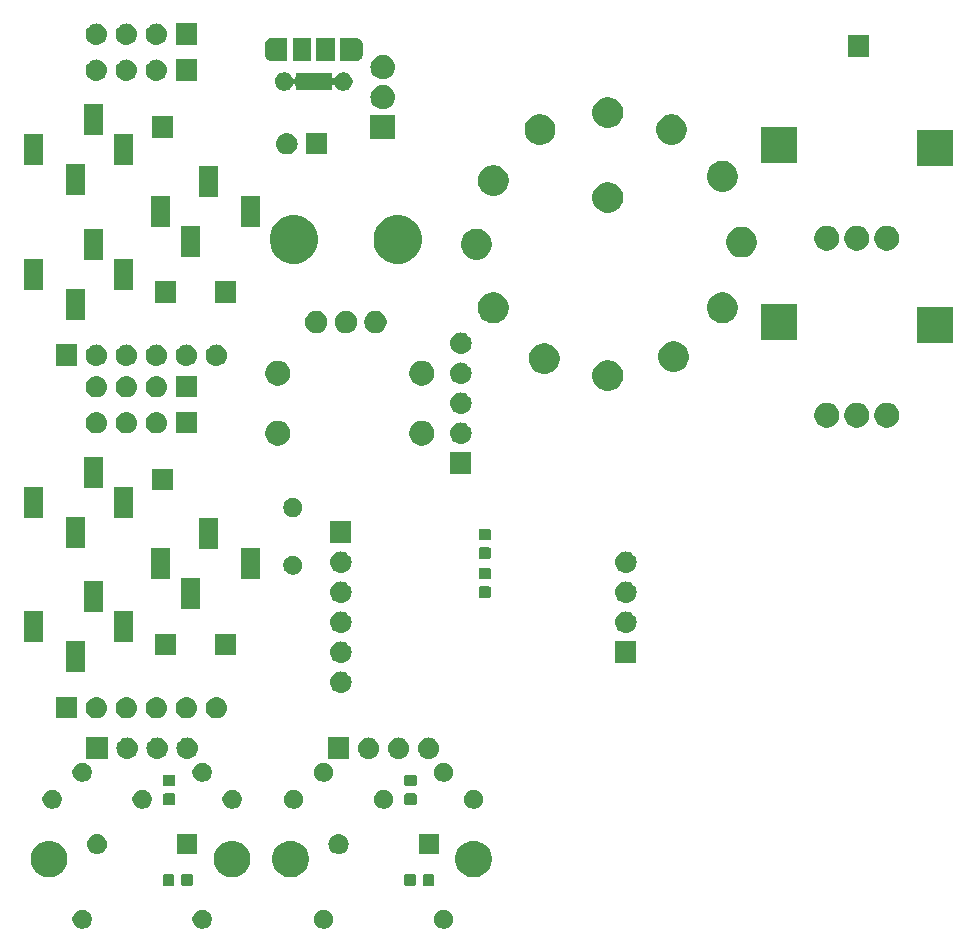
<source format=gts>
G04 #@! TF.GenerationSoftware,KiCad,Pcbnew,(5.0.2)-1*
G04 #@! TF.CreationDate,2019-02-15T13:53:22+00:00*
G04 #@! TF.ProjectId,panel,70616e65-6c2e-46b6-9963-61645f706362,rev?*
G04 #@! TF.SameCoordinates,Original*
G04 #@! TF.FileFunction,Soldermask,Top*
G04 #@! TF.FilePolarity,Negative*
%FSLAX46Y46*%
G04 Gerber Fmt 4.6, Leading zero omitted, Abs format (unit mm)*
G04 Created by KiCad (PCBNEW (5.0.2)-1) date 15/02/2019 13:53:22*
%MOMM*%
%LPD*%
G01*
G04 APERTURE LIST*
%ADD10C,0.100000*%
G04 APERTURE END LIST*
D10*
G36*
X114791142Y-125583242D02*
X114939102Y-125644530D01*
X115072258Y-125733502D01*
X115185498Y-125846742D01*
X115274470Y-125979898D01*
X115335758Y-126127858D01*
X115367000Y-126284925D01*
X115367000Y-126445075D01*
X115335758Y-126602142D01*
X115274470Y-126750102D01*
X115185498Y-126883258D01*
X115072258Y-126996498D01*
X114939102Y-127085470D01*
X114791142Y-127146758D01*
X114634075Y-127178000D01*
X114473925Y-127178000D01*
X114316858Y-127146758D01*
X114168898Y-127085470D01*
X114035742Y-126996498D01*
X113922502Y-126883258D01*
X113833530Y-126750102D01*
X113772242Y-126602142D01*
X113741000Y-126445075D01*
X113741000Y-126284925D01*
X113772242Y-126127858D01*
X113833530Y-125979898D01*
X113922502Y-125846742D01*
X114035742Y-125733502D01*
X114168898Y-125644530D01*
X114316858Y-125583242D01*
X114473925Y-125552000D01*
X114634075Y-125552000D01*
X114791142Y-125583242D01*
X114791142Y-125583242D01*
G37*
G36*
X94344142Y-125583242D02*
X94492102Y-125644530D01*
X94625258Y-125733502D01*
X94738498Y-125846742D01*
X94827470Y-125979898D01*
X94888758Y-126127858D01*
X94920000Y-126284925D01*
X94920000Y-126445075D01*
X94888758Y-126602142D01*
X94827470Y-126750102D01*
X94738498Y-126883258D01*
X94625258Y-126996498D01*
X94492102Y-127085470D01*
X94344142Y-127146758D01*
X94187075Y-127178000D01*
X94026925Y-127178000D01*
X93869858Y-127146758D01*
X93721898Y-127085470D01*
X93588742Y-126996498D01*
X93475502Y-126883258D01*
X93386530Y-126750102D01*
X93325242Y-126602142D01*
X93294000Y-126445075D01*
X93294000Y-126284925D01*
X93325242Y-126127858D01*
X93386530Y-125979898D01*
X93475502Y-125846742D01*
X93588742Y-125733502D01*
X93721898Y-125644530D01*
X93869858Y-125583242D01*
X94026925Y-125552000D01*
X94187075Y-125552000D01*
X94344142Y-125583242D01*
X94344142Y-125583242D01*
G37*
G36*
X84184142Y-125583242D02*
X84332102Y-125644530D01*
X84465258Y-125733502D01*
X84578498Y-125846742D01*
X84667470Y-125979898D01*
X84728758Y-126127858D01*
X84760000Y-126284925D01*
X84760000Y-126445075D01*
X84728758Y-126602142D01*
X84667470Y-126750102D01*
X84578498Y-126883258D01*
X84465258Y-126996498D01*
X84332102Y-127085470D01*
X84184142Y-127146758D01*
X84027075Y-127178000D01*
X83866925Y-127178000D01*
X83709858Y-127146758D01*
X83561898Y-127085470D01*
X83428742Y-126996498D01*
X83315502Y-126883258D01*
X83226530Y-126750102D01*
X83165242Y-126602142D01*
X83134000Y-126445075D01*
X83134000Y-126284925D01*
X83165242Y-126127858D01*
X83226530Y-125979898D01*
X83315502Y-125846742D01*
X83428742Y-125733502D01*
X83561898Y-125644530D01*
X83709858Y-125583242D01*
X83866925Y-125552000D01*
X84027075Y-125552000D01*
X84184142Y-125583242D01*
X84184142Y-125583242D01*
G37*
G36*
X104631142Y-125583242D02*
X104779102Y-125644530D01*
X104912258Y-125733502D01*
X105025498Y-125846742D01*
X105114470Y-125979898D01*
X105175758Y-126127858D01*
X105207000Y-126284925D01*
X105207000Y-126445075D01*
X105175758Y-126602142D01*
X105114470Y-126750102D01*
X105025498Y-126883258D01*
X104912258Y-126996498D01*
X104779102Y-127085470D01*
X104631142Y-127146758D01*
X104474075Y-127178000D01*
X104313925Y-127178000D01*
X104156858Y-127146758D01*
X104008898Y-127085470D01*
X103875742Y-126996498D01*
X103762502Y-126883258D01*
X103673530Y-126750102D01*
X103612242Y-126602142D01*
X103581000Y-126445075D01*
X103581000Y-126284925D01*
X103612242Y-126127858D01*
X103673530Y-125979898D01*
X103762502Y-125846742D01*
X103875742Y-125733502D01*
X104008898Y-125644530D01*
X104156858Y-125583242D01*
X104313925Y-125552000D01*
X104474075Y-125552000D01*
X104631142Y-125583242D01*
X104631142Y-125583242D01*
G37*
G36*
X93179091Y-122541085D02*
X93213069Y-122551393D01*
X93244387Y-122568133D01*
X93271839Y-122590661D01*
X93294367Y-122618113D01*
X93311107Y-122649431D01*
X93321415Y-122683409D01*
X93325500Y-122724890D01*
X93325500Y-123401110D01*
X93321415Y-123442591D01*
X93311107Y-123476569D01*
X93294367Y-123507887D01*
X93271839Y-123535339D01*
X93244387Y-123557867D01*
X93213069Y-123574607D01*
X93179091Y-123584915D01*
X93137610Y-123589000D01*
X92536390Y-123589000D01*
X92494909Y-123584915D01*
X92460931Y-123574607D01*
X92429613Y-123557867D01*
X92402161Y-123535339D01*
X92379633Y-123507887D01*
X92362893Y-123476569D01*
X92352585Y-123442591D01*
X92348500Y-123401110D01*
X92348500Y-122724890D01*
X92352585Y-122683409D01*
X92362893Y-122649431D01*
X92379633Y-122618113D01*
X92402161Y-122590661D01*
X92429613Y-122568133D01*
X92460931Y-122551393D01*
X92494909Y-122541085D01*
X92536390Y-122537000D01*
X93137610Y-122537000D01*
X93179091Y-122541085D01*
X93179091Y-122541085D01*
G37*
G36*
X112051091Y-122541085D02*
X112085069Y-122551393D01*
X112116387Y-122568133D01*
X112143839Y-122590661D01*
X112166367Y-122618113D01*
X112183107Y-122649431D01*
X112193415Y-122683409D01*
X112197500Y-122724890D01*
X112197500Y-123401110D01*
X112193415Y-123442591D01*
X112183107Y-123476569D01*
X112166367Y-123507887D01*
X112143839Y-123535339D01*
X112116387Y-123557867D01*
X112085069Y-123574607D01*
X112051091Y-123584915D01*
X112009610Y-123589000D01*
X111408390Y-123589000D01*
X111366909Y-123584915D01*
X111332931Y-123574607D01*
X111301613Y-123557867D01*
X111274161Y-123535339D01*
X111251633Y-123507887D01*
X111234893Y-123476569D01*
X111224585Y-123442591D01*
X111220500Y-123401110D01*
X111220500Y-122724890D01*
X111224585Y-122683409D01*
X111234893Y-122649431D01*
X111251633Y-122618113D01*
X111274161Y-122590661D01*
X111301613Y-122568133D01*
X111332931Y-122551393D01*
X111366909Y-122541085D01*
X111408390Y-122537000D01*
X112009610Y-122537000D01*
X112051091Y-122541085D01*
X112051091Y-122541085D01*
G37*
G36*
X113626091Y-122541085D02*
X113660069Y-122551393D01*
X113691387Y-122568133D01*
X113718839Y-122590661D01*
X113741367Y-122618113D01*
X113758107Y-122649431D01*
X113768415Y-122683409D01*
X113772500Y-122724890D01*
X113772500Y-123401110D01*
X113768415Y-123442591D01*
X113758107Y-123476569D01*
X113741367Y-123507887D01*
X113718839Y-123535339D01*
X113691387Y-123557867D01*
X113660069Y-123574607D01*
X113626091Y-123584915D01*
X113584610Y-123589000D01*
X112983390Y-123589000D01*
X112941909Y-123584915D01*
X112907931Y-123574607D01*
X112876613Y-123557867D01*
X112849161Y-123535339D01*
X112826633Y-123507887D01*
X112809893Y-123476569D01*
X112799585Y-123442591D01*
X112795500Y-123401110D01*
X112795500Y-122724890D01*
X112799585Y-122683409D01*
X112809893Y-122649431D01*
X112826633Y-122618113D01*
X112849161Y-122590661D01*
X112876613Y-122568133D01*
X112907931Y-122551393D01*
X112941909Y-122541085D01*
X112983390Y-122537000D01*
X113584610Y-122537000D01*
X113626091Y-122541085D01*
X113626091Y-122541085D01*
G37*
G36*
X91604091Y-122541085D02*
X91638069Y-122551393D01*
X91669387Y-122568133D01*
X91696839Y-122590661D01*
X91719367Y-122618113D01*
X91736107Y-122649431D01*
X91746415Y-122683409D01*
X91750500Y-122724890D01*
X91750500Y-123401110D01*
X91746415Y-123442591D01*
X91736107Y-123476569D01*
X91719367Y-123507887D01*
X91696839Y-123535339D01*
X91669387Y-123557867D01*
X91638069Y-123574607D01*
X91604091Y-123584915D01*
X91562610Y-123589000D01*
X90961390Y-123589000D01*
X90919909Y-123584915D01*
X90885931Y-123574607D01*
X90854613Y-123557867D01*
X90827161Y-123535339D01*
X90804633Y-123507887D01*
X90787893Y-123476569D01*
X90777585Y-123442591D01*
X90773500Y-123401110D01*
X90773500Y-122724890D01*
X90777585Y-122683409D01*
X90787893Y-122649431D01*
X90804633Y-122618113D01*
X90827161Y-122590661D01*
X90854613Y-122568133D01*
X90885931Y-122551393D01*
X90919909Y-122541085D01*
X90961390Y-122537000D01*
X91562610Y-122537000D01*
X91604091Y-122541085D01*
X91604091Y-122541085D01*
G37*
G36*
X117446527Y-119773736D02*
X117546410Y-119793604D01*
X117828674Y-119910521D01*
X118082705Y-120080259D01*
X118298741Y-120296295D01*
X118468479Y-120550326D01*
X118585396Y-120832590D01*
X118645000Y-121132240D01*
X118645000Y-121437760D01*
X118585396Y-121737410D01*
X118468479Y-122019674D01*
X118298741Y-122273705D01*
X118082705Y-122489741D01*
X117828674Y-122659479D01*
X117546410Y-122776396D01*
X117522007Y-122781250D01*
X117246762Y-122836000D01*
X116941238Y-122836000D01*
X116665993Y-122781250D01*
X116641590Y-122776396D01*
X116359326Y-122659479D01*
X116105295Y-122489741D01*
X115889259Y-122273705D01*
X115719521Y-122019674D01*
X115602604Y-121737410D01*
X115543000Y-121437760D01*
X115543000Y-121132240D01*
X115602604Y-120832590D01*
X115719521Y-120550326D01*
X115889259Y-120296295D01*
X116105295Y-120080259D01*
X116359326Y-119910521D01*
X116641590Y-119793604D01*
X116741473Y-119773736D01*
X116941238Y-119734000D01*
X117246762Y-119734000D01*
X117446527Y-119773736D01*
X117446527Y-119773736D01*
G37*
G36*
X81505527Y-119773736D02*
X81605410Y-119793604D01*
X81887674Y-119910521D01*
X82141705Y-120080259D01*
X82357741Y-120296295D01*
X82527479Y-120550326D01*
X82644396Y-120832590D01*
X82704000Y-121132240D01*
X82704000Y-121437760D01*
X82644396Y-121737410D01*
X82527479Y-122019674D01*
X82357741Y-122273705D01*
X82141705Y-122489741D01*
X81887674Y-122659479D01*
X81605410Y-122776396D01*
X81581007Y-122781250D01*
X81305762Y-122836000D01*
X81000238Y-122836000D01*
X80724993Y-122781250D01*
X80700590Y-122776396D01*
X80418326Y-122659479D01*
X80164295Y-122489741D01*
X79948259Y-122273705D01*
X79778521Y-122019674D01*
X79661604Y-121737410D01*
X79602000Y-121437760D01*
X79602000Y-121132240D01*
X79661604Y-120832590D01*
X79778521Y-120550326D01*
X79948259Y-120296295D01*
X80164295Y-120080259D01*
X80418326Y-119910521D01*
X80700590Y-119793604D01*
X80800473Y-119773736D01*
X81000238Y-119734000D01*
X81305762Y-119734000D01*
X81505527Y-119773736D01*
X81505527Y-119773736D01*
G37*
G36*
X96999527Y-119773736D02*
X97099410Y-119793604D01*
X97381674Y-119910521D01*
X97635705Y-120080259D01*
X97851741Y-120296295D01*
X98021479Y-120550326D01*
X98138396Y-120832590D01*
X98198000Y-121132240D01*
X98198000Y-121437760D01*
X98138396Y-121737410D01*
X98021479Y-122019674D01*
X97851741Y-122273705D01*
X97635705Y-122489741D01*
X97381674Y-122659479D01*
X97099410Y-122776396D01*
X97075007Y-122781250D01*
X96799762Y-122836000D01*
X96494238Y-122836000D01*
X96218993Y-122781250D01*
X96194590Y-122776396D01*
X95912326Y-122659479D01*
X95658295Y-122489741D01*
X95442259Y-122273705D01*
X95272521Y-122019674D01*
X95155604Y-121737410D01*
X95096000Y-121437760D01*
X95096000Y-121132240D01*
X95155604Y-120832590D01*
X95272521Y-120550326D01*
X95442259Y-120296295D01*
X95658295Y-120080259D01*
X95912326Y-119910521D01*
X96194590Y-119793604D01*
X96294473Y-119773736D01*
X96494238Y-119734000D01*
X96799762Y-119734000D01*
X96999527Y-119773736D01*
X96999527Y-119773736D01*
G37*
G36*
X101952527Y-119773736D02*
X102052410Y-119793604D01*
X102334674Y-119910521D01*
X102588705Y-120080259D01*
X102804741Y-120296295D01*
X102974479Y-120550326D01*
X103091396Y-120832590D01*
X103151000Y-121132240D01*
X103151000Y-121437760D01*
X103091396Y-121737410D01*
X102974479Y-122019674D01*
X102804741Y-122273705D01*
X102588705Y-122489741D01*
X102334674Y-122659479D01*
X102052410Y-122776396D01*
X102028007Y-122781250D01*
X101752762Y-122836000D01*
X101447238Y-122836000D01*
X101171993Y-122781250D01*
X101147590Y-122776396D01*
X100865326Y-122659479D01*
X100611295Y-122489741D01*
X100395259Y-122273705D01*
X100225521Y-122019674D01*
X100108604Y-121737410D01*
X100049000Y-121437760D01*
X100049000Y-121132240D01*
X100108604Y-120832590D01*
X100225521Y-120550326D01*
X100395259Y-120296295D01*
X100611295Y-120080259D01*
X100865326Y-119910521D01*
X101147590Y-119793604D01*
X101247473Y-119773736D01*
X101447238Y-119734000D01*
X101752762Y-119734000D01*
X101952527Y-119773736D01*
X101952527Y-119773736D01*
G37*
G36*
X93688000Y-120866000D02*
X91986000Y-120866000D01*
X91986000Y-119164000D01*
X93688000Y-119164000D01*
X93688000Y-120866000D01*
X93688000Y-120866000D01*
G37*
G36*
X85383821Y-119176313D02*
X85383824Y-119176314D01*
X85383825Y-119176314D01*
X85544239Y-119224975D01*
X85544241Y-119224976D01*
X85544244Y-119224977D01*
X85692078Y-119303995D01*
X85821659Y-119410341D01*
X85928005Y-119539922D01*
X86007023Y-119687756D01*
X86055687Y-119848179D01*
X86072117Y-120015000D01*
X86055687Y-120181821D01*
X86055686Y-120181824D01*
X86055686Y-120181825D01*
X86020963Y-120296293D01*
X86007023Y-120342244D01*
X85928005Y-120490078D01*
X85821659Y-120619659D01*
X85692078Y-120726005D01*
X85544244Y-120805023D01*
X85544241Y-120805024D01*
X85544239Y-120805025D01*
X85383825Y-120853686D01*
X85383824Y-120853686D01*
X85383821Y-120853687D01*
X85258804Y-120866000D01*
X85175196Y-120866000D01*
X85050179Y-120853687D01*
X85050176Y-120853686D01*
X85050175Y-120853686D01*
X84889761Y-120805025D01*
X84889759Y-120805024D01*
X84889756Y-120805023D01*
X84741922Y-120726005D01*
X84612341Y-120619659D01*
X84505995Y-120490078D01*
X84426977Y-120342244D01*
X84413038Y-120296293D01*
X84378314Y-120181825D01*
X84378314Y-120181824D01*
X84378313Y-120181821D01*
X84361883Y-120015000D01*
X84378313Y-119848179D01*
X84426977Y-119687756D01*
X84505995Y-119539922D01*
X84612341Y-119410341D01*
X84741922Y-119303995D01*
X84889756Y-119224977D01*
X84889759Y-119224976D01*
X84889761Y-119224975D01*
X85050175Y-119176314D01*
X85050176Y-119176314D01*
X85050179Y-119176313D01*
X85175196Y-119164000D01*
X85258804Y-119164000D01*
X85383821Y-119176313D01*
X85383821Y-119176313D01*
G37*
G36*
X105830821Y-119176313D02*
X105830824Y-119176314D01*
X105830825Y-119176314D01*
X105991239Y-119224975D01*
X105991241Y-119224976D01*
X105991244Y-119224977D01*
X106139078Y-119303995D01*
X106268659Y-119410341D01*
X106375005Y-119539922D01*
X106454023Y-119687756D01*
X106502687Y-119848179D01*
X106519117Y-120015000D01*
X106502687Y-120181821D01*
X106502686Y-120181824D01*
X106502686Y-120181825D01*
X106467963Y-120296293D01*
X106454023Y-120342244D01*
X106375005Y-120490078D01*
X106268659Y-120619659D01*
X106139078Y-120726005D01*
X105991244Y-120805023D01*
X105991241Y-120805024D01*
X105991239Y-120805025D01*
X105830825Y-120853686D01*
X105830824Y-120853686D01*
X105830821Y-120853687D01*
X105705804Y-120866000D01*
X105622196Y-120866000D01*
X105497179Y-120853687D01*
X105497176Y-120853686D01*
X105497175Y-120853686D01*
X105336761Y-120805025D01*
X105336759Y-120805024D01*
X105336756Y-120805023D01*
X105188922Y-120726005D01*
X105059341Y-120619659D01*
X104952995Y-120490078D01*
X104873977Y-120342244D01*
X104860038Y-120296293D01*
X104825314Y-120181825D01*
X104825314Y-120181824D01*
X104825313Y-120181821D01*
X104808883Y-120015000D01*
X104825313Y-119848179D01*
X104873977Y-119687756D01*
X104952995Y-119539922D01*
X105059341Y-119410341D01*
X105188922Y-119303995D01*
X105336756Y-119224977D01*
X105336759Y-119224976D01*
X105336761Y-119224975D01*
X105497175Y-119176314D01*
X105497176Y-119176314D01*
X105497179Y-119176313D01*
X105622196Y-119164000D01*
X105705804Y-119164000D01*
X105830821Y-119176313D01*
X105830821Y-119176313D01*
G37*
G36*
X114135000Y-120866000D02*
X112433000Y-120866000D01*
X112433000Y-119164000D01*
X114135000Y-119164000D01*
X114135000Y-120866000D01*
X114135000Y-120866000D01*
G37*
G36*
X89264142Y-115423242D02*
X89412102Y-115484530D01*
X89479130Y-115529317D01*
X89545257Y-115573501D01*
X89658499Y-115686743D01*
X89699184Y-115747633D01*
X89747470Y-115819898D01*
X89808758Y-115967858D01*
X89840000Y-116124925D01*
X89840000Y-116285075D01*
X89808758Y-116442142D01*
X89747470Y-116590102D01*
X89726182Y-116621961D01*
X89681518Y-116688807D01*
X89658498Y-116723258D01*
X89545258Y-116836498D01*
X89412102Y-116925470D01*
X89264142Y-116986758D01*
X89107075Y-117018000D01*
X88946925Y-117018000D01*
X88789858Y-116986758D01*
X88641898Y-116925470D01*
X88508742Y-116836498D01*
X88395502Y-116723258D01*
X88372483Y-116688807D01*
X88327818Y-116621961D01*
X88306530Y-116590102D01*
X88245242Y-116442142D01*
X88214000Y-116285075D01*
X88214000Y-116124925D01*
X88245242Y-115967858D01*
X88306530Y-115819898D01*
X88354816Y-115747633D01*
X88395501Y-115686743D01*
X88508743Y-115573501D01*
X88574870Y-115529317D01*
X88641898Y-115484530D01*
X88789858Y-115423242D01*
X88946925Y-115392000D01*
X89107075Y-115392000D01*
X89264142Y-115423242D01*
X89264142Y-115423242D01*
G37*
G36*
X96884142Y-115423242D02*
X97032102Y-115484530D01*
X97099130Y-115529317D01*
X97165257Y-115573501D01*
X97278499Y-115686743D01*
X97319184Y-115747633D01*
X97367470Y-115819898D01*
X97428758Y-115967858D01*
X97460000Y-116124925D01*
X97460000Y-116285075D01*
X97428758Y-116442142D01*
X97367470Y-116590102D01*
X97346182Y-116621961D01*
X97301518Y-116688807D01*
X97278498Y-116723258D01*
X97165258Y-116836498D01*
X97032102Y-116925470D01*
X96884142Y-116986758D01*
X96727075Y-117018000D01*
X96566925Y-117018000D01*
X96409858Y-116986758D01*
X96261898Y-116925470D01*
X96128742Y-116836498D01*
X96015502Y-116723258D01*
X95992483Y-116688807D01*
X95947818Y-116621961D01*
X95926530Y-116590102D01*
X95865242Y-116442142D01*
X95834000Y-116285075D01*
X95834000Y-116124925D01*
X95865242Y-115967858D01*
X95926530Y-115819898D01*
X95974816Y-115747633D01*
X96015501Y-115686743D01*
X96128743Y-115573501D01*
X96194870Y-115529317D01*
X96261898Y-115484530D01*
X96409858Y-115423242D01*
X96566925Y-115392000D01*
X96727075Y-115392000D01*
X96884142Y-115423242D01*
X96884142Y-115423242D01*
G37*
G36*
X81644142Y-115423242D02*
X81792102Y-115484530D01*
X81859130Y-115529317D01*
X81925257Y-115573501D01*
X82038499Y-115686743D01*
X82079184Y-115747633D01*
X82127470Y-115819898D01*
X82188758Y-115967858D01*
X82220000Y-116124925D01*
X82220000Y-116285075D01*
X82188758Y-116442142D01*
X82127470Y-116590102D01*
X82106182Y-116621961D01*
X82061518Y-116688807D01*
X82038498Y-116723258D01*
X81925258Y-116836498D01*
X81792102Y-116925470D01*
X81644142Y-116986758D01*
X81487075Y-117018000D01*
X81326925Y-117018000D01*
X81169858Y-116986758D01*
X81021898Y-116925470D01*
X80888742Y-116836498D01*
X80775502Y-116723258D01*
X80752483Y-116688807D01*
X80707818Y-116621961D01*
X80686530Y-116590102D01*
X80625242Y-116442142D01*
X80594000Y-116285075D01*
X80594000Y-116124925D01*
X80625242Y-115967858D01*
X80686530Y-115819898D01*
X80734816Y-115747633D01*
X80775501Y-115686743D01*
X80888743Y-115573501D01*
X80954870Y-115529317D01*
X81021898Y-115484530D01*
X81169858Y-115423242D01*
X81326925Y-115392000D01*
X81487075Y-115392000D01*
X81644142Y-115423242D01*
X81644142Y-115423242D01*
G37*
G36*
X102091142Y-115423242D02*
X102239102Y-115484530D01*
X102306130Y-115529317D01*
X102372257Y-115573501D01*
X102485499Y-115686743D01*
X102526184Y-115747633D01*
X102574470Y-115819898D01*
X102635758Y-115967858D01*
X102667000Y-116124925D01*
X102667000Y-116285075D01*
X102635758Y-116442142D01*
X102574470Y-116590102D01*
X102553182Y-116621961D01*
X102508518Y-116688807D01*
X102485498Y-116723258D01*
X102372258Y-116836498D01*
X102239102Y-116925470D01*
X102091142Y-116986758D01*
X101934075Y-117018000D01*
X101773925Y-117018000D01*
X101616858Y-116986758D01*
X101468898Y-116925470D01*
X101335742Y-116836498D01*
X101222502Y-116723258D01*
X101199483Y-116688807D01*
X101154818Y-116621961D01*
X101133530Y-116590102D01*
X101072242Y-116442142D01*
X101041000Y-116285075D01*
X101041000Y-116124925D01*
X101072242Y-115967858D01*
X101133530Y-115819898D01*
X101181816Y-115747633D01*
X101222501Y-115686743D01*
X101335743Y-115573501D01*
X101401870Y-115529317D01*
X101468898Y-115484530D01*
X101616858Y-115423242D01*
X101773925Y-115392000D01*
X101934075Y-115392000D01*
X102091142Y-115423242D01*
X102091142Y-115423242D01*
G37*
G36*
X117331142Y-115423242D02*
X117479102Y-115484530D01*
X117546130Y-115529317D01*
X117612257Y-115573501D01*
X117725499Y-115686743D01*
X117766184Y-115747633D01*
X117814470Y-115819898D01*
X117875758Y-115967858D01*
X117907000Y-116124925D01*
X117907000Y-116285075D01*
X117875758Y-116442142D01*
X117814470Y-116590102D01*
X117793182Y-116621961D01*
X117748518Y-116688807D01*
X117725498Y-116723258D01*
X117612258Y-116836498D01*
X117479102Y-116925470D01*
X117331142Y-116986758D01*
X117174075Y-117018000D01*
X117013925Y-117018000D01*
X116856858Y-116986758D01*
X116708898Y-116925470D01*
X116575742Y-116836498D01*
X116462502Y-116723258D01*
X116439483Y-116688807D01*
X116394818Y-116621961D01*
X116373530Y-116590102D01*
X116312242Y-116442142D01*
X116281000Y-116285075D01*
X116281000Y-116124925D01*
X116312242Y-115967858D01*
X116373530Y-115819898D01*
X116421816Y-115747633D01*
X116462501Y-115686743D01*
X116575743Y-115573501D01*
X116641870Y-115529317D01*
X116708898Y-115484530D01*
X116856858Y-115423242D01*
X117013925Y-115392000D01*
X117174075Y-115392000D01*
X117331142Y-115423242D01*
X117331142Y-115423242D01*
G37*
G36*
X109711142Y-115423242D02*
X109859102Y-115484530D01*
X109926130Y-115529317D01*
X109992257Y-115573501D01*
X110105499Y-115686743D01*
X110146184Y-115747633D01*
X110194470Y-115819898D01*
X110255758Y-115967858D01*
X110287000Y-116124925D01*
X110287000Y-116285075D01*
X110255758Y-116442142D01*
X110194470Y-116590102D01*
X110173182Y-116621961D01*
X110128518Y-116688807D01*
X110105498Y-116723258D01*
X109992258Y-116836498D01*
X109859102Y-116925470D01*
X109711142Y-116986758D01*
X109554075Y-117018000D01*
X109393925Y-117018000D01*
X109236858Y-116986758D01*
X109088898Y-116925470D01*
X108955742Y-116836498D01*
X108842502Y-116723258D01*
X108819483Y-116688807D01*
X108774818Y-116621961D01*
X108753530Y-116590102D01*
X108692242Y-116442142D01*
X108661000Y-116285075D01*
X108661000Y-116124925D01*
X108692242Y-115967858D01*
X108753530Y-115819898D01*
X108801816Y-115747633D01*
X108842501Y-115686743D01*
X108955743Y-115573501D01*
X109021870Y-115529317D01*
X109088898Y-115484530D01*
X109236858Y-115423242D01*
X109393925Y-115392000D01*
X109554075Y-115392000D01*
X109711142Y-115423242D01*
X109711142Y-115423242D01*
G37*
G36*
X112139591Y-115720585D02*
X112173569Y-115730893D01*
X112204887Y-115747633D01*
X112232339Y-115770161D01*
X112254867Y-115797613D01*
X112271607Y-115828931D01*
X112281915Y-115862909D01*
X112286000Y-115904390D01*
X112286000Y-116505610D01*
X112281915Y-116547091D01*
X112271607Y-116581069D01*
X112254867Y-116612387D01*
X112232339Y-116639839D01*
X112204887Y-116662367D01*
X112173569Y-116679107D01*
X112139591Y-116689415D01*
X112098110Y-116693500D01*
X111421890Y-116693500D01*
X111380409Y-116689415D01*
X111346431Y-116679107D01*
X111315113Y-116662367D01*
X111287661Y-116639839D01*
X111265133Y-116612387D01*
X111248393Y-116581069D01*
X111238085Y-116547091D01*
X111234000Y-116505610D01*
X111234000Y-115904390D01*
X111238085Y-115862909D01*
X111248393Y-115828931D01*
X111265133Y-115797613D01*
X111287661Y-115770161D01*
X111315113Y-115747633D01*
X111346431Y-115730893D01*
X111380409Y-115720585D01*
X111421890Y-115716500D01*
X112098110Y-115716500D01*
X112139591Y-115720585D01*
X112139591Y-115720585D01*
G37*
G36*
X91692591Y-115720585D02*
X91726569Y-115730893D01*
X91757887Y-115747633D01*
X91785339Y-115770161D01*
X91807867Y-115797613D01*
X91824607Y-115828931D01*
X91834915Y-115862909D01*
X91839000Y-115904390D01*
X91839000Y-116505610D01*
X91834915Y-116547091D01*
X91824607Y-116581069D01*
X91807867Y-116612387D01*
X91785339Y-116639839D01*
X91757887Y-116662367D01*
X91726569Y-116679107D01*
X91692591Y-116689415D01*
X91651110Y-116693500D01*
X90974890Y-116693500D01*
X90933409Y-116689415D01*
X90899431Y-116679107D01*
X90868113Y-116662367D01*
X90840661Y-116639839D01*
X90818133Y-116612387D01*
X90801393Y-116581069D01*
X90791085Y-116547091D01*
X90787000Y-116505610D01*
X90787000Y-115904390D01*
X90791085Y-115862909D01*
X90801393Y-115828931D01*
X90818133Y-115797613D01*
X90840661Y-115770161D01*
X90868113Y-115747633D01*
X90899431Y-115730893D01*
X90933409Y-115720585D01*
X90974890Y-115716500D01*
X91651110Y-115716500D01*
X91692591Y-115720585D01*
X91692591Y-115720585D01*
G37*
G36*
X112139591Y-114145585D02*
X112173569Y-114155893D01*
X112204887Y-114172633D01*
X112232339Y-114195161D01*
X112254867Y-114222613D01*
X112271607Y-114253931D01*
X112281915Y-114287909D01*
X112286000Y-114329390D01*
X112286000Y-114930610D01*
X112281915Y-114972091D01*
X112271607Y-115006069D01*
X112254867Y-115037387D01*
X112232339Y-115064839D01*
X112204887Y-115087367D01*
X112173569Y-115104107D01*
X112139591Y-115114415D01*
X112098110Y-115118500D01*
X111421890Y-115118500D01*
X111380409Y-115114415D01*
X111346431Y-115104107D01*
X111315113Y-115087367D01*
X111287661Y-115064839D01*
X111265133Y-115037387D01*
X111248393Y-115006069D01*
X111238085Y-114972091D01*
X111234000Y-114930610D01*
X111234000Y-114329390D01*
X111238085Y-114287909D01*
X111248393Y-114253931D01*
X111265133Y-114222613D01*
X111287661Y-114195161D01*
X111315113Y-114172633D01*
X111346431Y-114155893D01*
X111380409Y-114145585D01*
X111421890Y-114141500D01*
X112098110Y-114141500D01*
X112139591Y-114145585D01*
X112139591Y-114145585D01*
G37*
G36*
X91692591Y-114145585D02*
X91726569Y-114155893D01*
X91757887Y-114172633D01*
X91785339Y-114195161D01*
X91807867Y-114222613D01*
X91824607Y-114253931D01*
X91834915Y-114287909D01*
X91839000Y-114329390D01*
X91839000Y-114930610D01*
X91834915Y-114972091D01*
X91824607Y-115006069D01*
X91807867Y-115037387D01*
X91785339Y-115064839D01*
X91757887Y-115087367D01*
X91726569Y-115104107D01*
X91692591Y-115114415D01*
X91651110Y-115118500D01*
X90974890Y-115118500D01*
X90933409Y-115114415D01*
X90899431Y-115104107D01*
X90868113Y-115087367D01*
X90840661Y-115064839D01*
X90818133Y-115037387D01*
X90801393Y-115006069D01*
X90791085Y-114972091D01*
X90787000Y-114930610D01*
X90787000Y-114329390D01*
X90791085Y-114287909D01*
X90801393Y-114253931D01*
X90818133Y-114222613D01*
X90840661Y-114195161D01*
X90868113Y-114172633D01*
X90899431Y-114155893D01*
X90933409Y-114145585D01*
X90974890Y-114141500D01*
X91651110Y-114141500D01*
X91692591Y-114145585D01*
X91692591Y-114145585D01*
G37*
G36*
X84184142Y-113137242D02*
X84332102Y-113198530D01*
X84465258Y-113287502D01*
X84578498Y-113400742D01*
X84667470Y-113533898D01*
X84728758Y-113681858D01*
X84760000Y-113838925D01*
X84760000Y-113999075D01*
X84728758Y-114156142D01*
X84688252Y-114253931D01*
X84674178Y-114287909D01*
X84667470Y-114304102D01*
X84578498Y-114437258D01*
X84465258Y-114550498D01*
X84332102Y-114639470D01*
X84184142Y-114700758D01*
X84027075Y-114732000D01*
X83866925Y-114732000D01*
X83709858Y-114700758D01*
X83561898Y-114639470D01*
X83428742Y-114550498D01*
X83315502Y-114437258D01*
X83226530Y-114304102D01*
X83219823Y-114287909D01*
X83205748Y-114253931D01*
X83165242Y-114156142D01*
X83134000Y-113999075D01*
X83134000Y-113838925D01*
X83165242Y-113681858D01*
X83226530Y-113533898D01*
X83315502Y-113400742D01*
X83428742Y-113287502D01*
X83561898Y-113198530D01*
X83709858Y-113137242D01*
X83866925Y-113106000D01*
X84027075Y-113106000D01*
X84184142Y-113137242D01*
X84184142Y-113137242D01*
G37*
G36*
X114791142Y-113137242D02*
X114939102Y-113198530D01*
X115072258Y-113287502D01*
X115185498Y-113400742D01*
X115274470Y-113533898D01*
X115335758Y-113681858D01*
X115367000Y-113838925D01*
X115367000Y-113999075D01*
X115335758Y-114156142D01*
X115295252Y-114253931D01*
X115281178Y-114287909D01*
X115274470Y-114304102D01*
X115185498Y-114437258D01*
X115072258Y-114550498D01*
X114939102Y-114639470D01*
X114791142Y-114700758D01*
X114634075Y-114732000D01*
X114473925Y-114732000D01*
X114316858Y-114700758D01*
X114168898Y-114639470D01*
X114035742Y-114550498D01*
X113922502Y-114437258D01*
X113833530Y-114304102D01*
X113826823Y-114287909D01*
X113812748Y-114253931D01*
X113772242Y-114156142D01*
X113741000Y-113999075D01*
X113741000Y-113838925D01*
X113772242Y-113681858D01*
X113833530Y-113533898D01*
X113922502Y-113400742D01*
X114035742Y-113287502D01*
X114168898Y-113198530D01*
X114316858Y-113137242D01*
X114473925Y-113106000D01*
X114634075Y-113106000D01*
X114791142Y-113137242D01*
X114791142Y-113137242D01*
G37*
G36*
X94344142Y-113137242D02*
X94492102Y-113198530D01*
X94625258Y-113287502D01*
X94738498Y-113400742D01*
X94827470Y-113533898D01*
X94888758Y-113681858D01*
X94920000Y-113838925D01*
X94920000Y-113999075D01*
X94888758Y-114156142D01*
X94848252Y-114253931D01*
X94834178Y-114287909D01*
X94827470Y-114304102D01*
X94738498Y-114437258D01*
X94625258Y-114550498D01*
X94492102Y-114639470D01*
X94344142Y-114700758D01*
X94187075Y-114732000D01*
X94026925Y-114732000D01*
X93869858Y-114700758D01*
X93721898Y-114639470D01*
X93588742Y-114550498D01*
X93475502Y-114437258D01*
X93386530Y-114304102D01*
X93379823Y-114287909D01*
X93365748Y-114253931D01*
X93325242Y-114156142D01*
X93294000Y-113999075D01*
X93294000Y-113838925D01*
X93325242Y-113681858D01*
X93386530Y-113533898D01*
X93475502Y-113400742D01*
X93588742Y-113287502D01*
X93721898Y-113198530D01*
X93869858Y-113137242D01*
X94026925Y-113106000D01*
X94187075Y-113106000D01*
X94344142Y-113137242D01*
X94344142Y-113137242D01*
G37*
G36*
X104631142Y-113137242D02*
X104779102Y-113198530D01*
X104912258Y-113287502D01*
X105025498Y-113400742D01*
X105114470Y-113533898D01*
X105175758Y-113681858D01*
X105207000Y-113838925D01*
X105207000Y-113999075D01*
X105175758Y-114156142D01*
X105135252Y-114253931D01*
X105121178Y-114287909D01*
X105114470Y-114304102D01*
X105025498Y-114437258D01*
X104912258Y-114550498D01*
X104779102Y-114639470D01*
X104631142Y-114700758D01*
X104474075Y-114732000D01*
X104313925Y-114732000D01*
X104156858Y-114700758D01*
X104008898Y-114639470D01*
X103875742Y-114550498D01*
X103762502Y-114437258D01*
X103673530Y-114304102D01*
X103666823Y-114287909D01*
X103652748Y-114253931D01*
X103612242Y-114156142D01*
X103581000Y-113999075D01*
X103581000Y-113838925D01*
X103612242Y-113681858D01*
X103673530Y-113533898D01*
X103762502Y-113400742D01*
X103875742Y-113287502D01*
X104008898Y-113198530D01*
X104156858Y-113137242D01*
X104313925Y-113106000D01*
X104474075Y-113106000D01*
X104631142Y-113137242D01*
X104631142Y-113137242D01*
G37*
G36*
X113394443Y-110992519D02*
X113460627Y-110999037D01*
X113573853Y-111033384D01*
X113630467Y-111050557D01*
X113769087Y-111124652D01*
X113786991Y-111134222D01*
X113822729Y-111163552D01*
X113924186Y-111246814D01*
X114007448Y-111348271D01*
X114036778Y-111384009D01*
X114036779Y-111384011D01*
X114120443Y-111540533D01*
X114120443Y-111540534D01*
X114171963Y-111710373D01*
X114189359Y-111887000D01*
X114171963Y-112063627D01*
X114137616Y-112176853D01*
X114120443Y-112233467D01*
X114046348Y-112372087D01*
X114036778Y-112389991D01*
X114007448Y-112425729D01*
X113924186Y-112527186D01*
X113822729Y-112610448D01*
X113786991Y-112639778D01*
X113786989Y-112639779D01*
X113630467Y-112723443D01*
X113573853Y-112740616D01*
X113460627Y-112774963D01*
X113394443Y-112781481D01*
X113328260Y-112788000D01*
X113239740Y-112788000D01*
X113173557Y-112781481D01*
X113107373Y-112774963D01*
X112994147Y-112740616D01*
X112937533Y-112723443D01*
X112781011Y-112639779D01*
X112781009Y-112639778D01*
X112745271Y-112610448D01*
X112643814Y-112527186D01*
X112560552Y-112425729D01*
X112531222Y-112389991D01*
X112521652Y-112372087D01*
X112447557Y-112233467D01*
X112430384Y-112176853D01*
X112396037Y-112063627D01*
X112378641Y-111887000D01*
X112396037Y-111710373D01*
X112447557Y-111540534D01*
X112447557Y-111540533D01*
X112531221Y-111384011D01*
X112531222Y-111384009D01*
X112560552Y-111348271D01*
X112643814Y-111246814D01*
X112745271Y-111163552D01*
X112781009Y-111134222D01*
X112798913Y-111124652D01*
X112937533Y-111050557D01*
X112994147Y-111033384D01*
X113107373Y-110999037D01*
X113173557Y-110992519D01*
X113239740Y-110986000D01*
X113328260Y-110986000D01*
X113394443Y-110992519D01*
X113394443Y-110992519D01*
G37*
G36*
X106565000Y-112788000D02*
X104763000Y-112788000D01*
X104763000Y-110986000D01*
X106565000Y-110986000D01*
X106565000Y-112788000D01*
X106565000Y-112788000D01*
G37*
G36*
X108314443Y-110992519D02*
X108380627Y-110999037D01*
X108493853Y-111033384D01*
X108550467Y-111050557D01*
X108689087Y-111124652D01*
X108706991Y-111134222D01*
X108742729Y-111163552D01*
X108844186Y-111246814D01*
X108927448Y-111348271D01*
X108956778Y-111384009D01*
X108956779Y-111384011D01*
X109040443Y-111540533D01*
X109040443Y-111540534D01*
X109091963Y-111710373D01*
X109109359Y-111887000D01*
X109091963Y-112063627D01*
X109057616Y-112176853D01*
X109040443Y-112233467D01*
X108966348Y-112372087D01*
X108956778Y-112389991D01*
X108927448Y-112425729D01*
X108844186Y-112527186D01*
X108742729Y-112610448D01*
X108706991Y-112639778D01*
X108706989Y-112639779D01*
X108550467Y-112723443D01*
X108493853Y-112740616D01*
X108380627Y-112774963D01*
X108314443Y-112781481D01*
X108248260Y-112788000D01*
X108159740Y-112788000D01*
X108093557Y-112781481D01*
X108027373Y-112774963D01*
X107914147Y-112740616D01*
X107857533Y-112723443D01*
X107701011Y-112639779D01*
X107701009Y-112639778D01*
X107665271Y-112610448D01*
X107563814Y-112527186D01*
X107480552Y-112425729D01*
X107451222Y-112389991D01*
X107441652Y-112372087D01*
X107367557Y-112233467D01*
X107350384Y-112176853D01*
X107316037Y-112063627D01*
X107298641Y-111887000D01*
X107316037Y-111710373D01*
X107367557Y-111540534D01*
X107367557Y-111540533D01*
X107451221Y-111384011D01*
X107451222Y-111384009D01*
X107480552Y-111348271D01*
X107563814Y-111246814D01*
X107665271Y-111163552D01*
X107701009Y-111134222D01*
X107718913Y-111124652D01*
X107857533Y-111050557D01*
X107914147Y-111033384D01*
X108027373Y-110999037D01*
X108093557Y-110992519D01*
X108159740Y-110986000D01*
X108248260Y-110986000D01*
X108314443Y-110992519D01*
X108314443Y-110992519D01*
G37*
G36*
X110854443Y-110992519D02*
X110920627Y-110999037D01*
X111033853Y-111033384D01*
X111090467Y-111050557D01*
X111229087Y-111124652D01*
X111246991Y-111134222D01*
X111282729Y-111163552D01*
X111384186Y-111246814D01*
X111467448Y-111348271D01*
X111496778Y-111384009D01*
X111496779Y-111384011D01*
X111580443Y-111540533D01*
X111580443Y-111540534D01*
X111631963Y-111710373D01*
X111649359Y-111887000D01*
X111631963Y-112063627D01*
X111597616Y-112176853D01*
X111580443Y-112233467D01*
X111506348Y-112372087D01*
X111496778Y-112389991D01*
X111467448Y-112425729D01*
X111384186Y-112527186D01*
X111282729Y-112610448D01*
X111246991Y-112639778D01*
X111246989Y-112639779D01*
X111090467Y-112723443D01*
X111033853Y-112740616D01*
X110920627Y-112774963D01*
X110854443Y-112781481D01*
X110788260Y-112788000D01*
X110699740Y-112788000D01*
X110633557Y-112781481D01*
X110567373Y-112774963D01*
X110454147Y-112740616D01*
X110397533Y-112723443D01*
X110241011Y-112639779D01*
X110241009Y-112639778D01*
X110205271Y-112610448D01*
X110103814Y-112527186D01*
X110020552Y-112425729D01*
X109991222Y-112389991D01*
X109981652Y-112372087D01*
X109907557Y-112233467D01*
X109890384Y-112176853D01*
X109856037Y-112063627D01*
X109838641Y-111887000D01*
X109856037Y-111710373D01*
X109907557Y-111540534D01*
X109907557Y-111540533D01*
X109991221Y-111384011D01*
X109991222Y-111384009D01*
X110020552Y-111348271D01*
X110103814Y-111246814D01*
X110205271Y-111163552D01*
X110241009Y-111134222D01*
X110258913Y-111124652D01*
X110397533Y-111050557D01*
X110454147Y-111033384D01*
X110567373Y-110999037D01*
X110633557Y-110992519D01*
X110699740Y-110986000D01*
X110788260Y-110986000D01*
X110854443Y-110992519D01*
X110854443Y-110992519D01*
G37*
G36*
X92947443Y-110992519D02*
X93013627Y-110999037D01*
X93126853Y-111033384D01*
X93183467Y-111050557D01*
X93322087Y-111124652D01*
X93339991Y-111134222D01*
X93375729Y-111163552D01*
X93477186Y-111246814D01*
X93560448Y-111348271D01*
X93589778Y-111384009D01*
X93589779Y-111384011D01*
X93673443Y-111540533D01*
X93673443Y-111540534D01*
X93724963Y-111710373D01*
X93742359Y-111887000D01*
X93724963Y-112063627D01*
X93690616Y-112176853D01*
X93673443Y-112233467D01*
X93599348Y-112372087D01*
X93589778Y-112389991D01*
X93560448Y-112425729D01*
X93477186Y-112527186D01*
X93375729Y-112610448D01*
X93339991Y-112639778D01*
X93339989Y-112639779D01*
X93183467Y-112723443D01*
X93126853Y-112740616D01*
X93013627Y-112774963D01*
X92947443Y-112781481D01*
X92881260Y-112788000D01*
X92792740Y-112788000D01*
X92726557Y-112781481D01*
X92660373Y-112774963D01*
X92547147Y-112740616D01*
X92490533Y-112723443D01*
X92334011Y-112639779D01*
X92334009Y-112639778D01*
X92298271Y-112610448D01*
X92196814Y-112527186D01*
X92113552Y-112425729D01*
X92084222Y-112389991D01*
X92074652Y-112372087D01*
X92000557Y-112233467D01*
X91983384Y-112176853D01*
X91949037Y-112063627D01*
X91931641Y-111887000D01*
X91949037Y-111710373D01*
X92000557Y-111540534D01*
X92000557Y-111540533D01*
X92084221Y-111384011D01*
X92084222Y-111384009D01*
X92113552Y-111348271D01*
X92196814Y-111246814D01*
X92298271Y-111163552D01*
X92334009Y-111134222D01*
X92351913Y-111124652D01*
X92490533Y-111050557D01*
X92547147Y-111033384D01*
X92660373Y-110999037D01*
X92726557Y-110992519D01*
X92792740Y-110986000D01*
X92881260Y-110986000D01*
X92947443Y-110992519D01*
X92947443Y-110992519D01*
G37*
G36*
X90407443Y-110992519D02*
X90473627Y-110999037D01*
X90586853Y-111033384D01*
X90643467Y-111050557D01*
X90782087Y-111124652D01*
X90799991Y-111134222D01*
X90835729Y-111163552D01*
X90937186Y-111246814D01*
X91020448Y-111348271D01*
X91049778Y-111384009D01*
X91049779Y-111384011D01*
X91133443Y-111540533D01*
X91133443Y-111540534D01*
X91184963Y-111710373D01*
X91202359Y-111887000D01*
X91184963Y-112063627D01*
X91150616Y-112176853D01*
X91133443Y-112233467D01*
X91059348Y-112372087D01*
X91049778Y-112389991D01*
X91020448Y-112425729D01*
X90937186Y-112527186D01*
X90835729Y-112610448D01*
X90799991Y-112639778D01*
X90799989Y-112639779D01*
X90643467Y-112723443D01*
X90586853Y-112740616D01*
X90473627Y-112774963D01*
X90407443Y-112781481D01*
X90341260Y-112788000D01*
X90252740Y-112788000D01*
X90186557Y-112781481D01*
X90120373Y-112774963D01*
X90007147Y-112740616D01*
X89950533Y-112723443D01*
X89794011Y-112639779D01*
X89794009Y-112639778D01*
X89758271Y-112610448D01*
X89656814Y-112527186D01*
X89573552Y-112425729D01*
X89544222Y-112389991D01*
X89534652Y-112372087D01*
X89460557Y-112233467D01*
X89443384Y-112176853D01*
X89409037Y-112063627D01*
X89391641Y-111887000D01*
X89409037Y-111710373D01*
X89460557Y-111540534D01*
X89460557Y-111540533D01*
X89544221Y-111384011D01*
X89544222Y-111384009D01*
X89573552Y-111348271D01*
X89656814Y-111246814D01*
X89758271Y-111163552D01*
X89794009Y-111134222D01*
X89811913Y-111124652D01*
X89950533Y-111050557D01*
X90007147Y-111033384D01*
X90120373Y-110999037D01*
X90186557Y-110992519D01*
X90252740Y-110986000D01*
X90341260Y-110986000D01*
X90407443Y-110992519D01*
X90407443Y-110992519D01*
G37*
G36*
X87867443Y-110992519D02*
X87933627Y-110999037D01*
X88046853Y-111033384D01*
X88103467Y-111050557D01*
X88242087Y-111124652D01*
X88259991Y-111134222D01*
X88295729Y-111163552D01*
X88397186Y-111246814D01*
X88480448Y-111348271D01*
X88509778Y-111384009D01*
X88509779Y-111384011D01*
X88593443Y-111540533D01*
X88593443Y-111540534D01*
X88644963Y-111710373D01*
X88662359Y-111887000D01*
X88644963Y-112063627D01*
X88610616Y-112176853D01*
X88593443Y-112233467D01*
X88519348Y-112372087D01*
X88509778Y-112389991D01*
X88480448Y-112425729D01*
X88397186Y-112527186D01*
X88295729Y-112610448D01*
X88259991Y-112639778D01*
X88259989Y-112639779D01*
X88103467Y-112723443D01*
X88046853Y-112740616D01*
X87933627Y-112774963D01*
X87867443Y-112781481D01*
X87801260Y-112788000D01*
X87712740Y-112788000D01*
X87646557Y-112781481D01*
X87580373Y-112774963D01*
X87467147Y-112740616D01*
X87410533Y-112723443D01*
X87254011Y-112639779D01*
X87254009Y-112639778D01*
X87218271Y-112610448D01*
X87116814Y-112527186D01*
X87033552Y-112425729D01*
X87004222Y-112389991D01*
X86994652Y-112372087D01*
X86920557Y-112233467D01*
X86903384Y-112176853D01*
X86869037Y-112063627D01*
X86851641Y-111887000D01*
X86869037Y-111710373D01*
X86920557Y-111540534D01*
X86920557Y-111540533D01*
X87004221Y-111384011D01*
X87004222Y-111384009D01*
X87033552Y-111348271D01*
X87116814Y-111246814D01*
X87218271Y-111163552D01*
X87254009Y-111134222D01*
X87271913Y-111124652D01*
X87410533Y-111050557D01*
X87467147Y-111033384D01*
X87580373Y-110999037D01*
X87646557Y-110992519D01*
X87712740Y-110986000D01*
X87801260Y-110986000D01*
X87867443Y-110992519D01*
X87867443Y-110992519D01*
G37*
G36*
X86118000Y-112788000D02*
X84316000Y-112788000D01*
X84316000Y-110986000D01*
X86118000Y-110986000D01*
X86118000Y-112788000D01*
X86118000Y-112788000D01*
G37*
G36*
X92883943Y-107563519D02*
X92950127Y-107570037D01*
X93063353Y-107604384D01*
X93119967Y-107621557D01*
X93258587Y-107695652D01*
X93276491Y-107705222D01*
X93312229Y-107734552D01*
X93413686Y-107817814D01*
X93496948Y-107919271D01*
X93526278Y-107955009D01*
X93526279Y-107955011D01*
X93609943Y-108111533D01*
X93609943Y-108111534D01*
X93661463Y-108281373D01*
X93678859Y-108458000D01*
X93661463Y-108634627D01*
X93627116Y-108747853D01*
X93609943Y-108804467D01*
X93535848Y-108943087D01*
X93526278Y-108960991D01*
X93496948Y-108996729D01*
X93413686Y-109098186D01*
X93312229Y-109181448D01*
X93276491Y-109210778D01*
X93276489Y-109210779D01*
X93119967Y-109294443D01*
X93063353Y-109311616D01*
X92950127Y-109345963D01*
X92883943Y-109352481D01*
X92817760Y-109359000D01*
X92729240Y-109359000D01*
X92663057Y-109352481D01*
X92596873Y-109345963D01*
X92483647Y-109311616D01*
X92427033Y-109294443D01*
X92270511Y-109210779D01*
X92270509Y-109210778D01*
X92234771Y-109181448D01*
X92133314Y-109098186D01*
X92050052Y-108996729D01*
X92020722Y-108960991D01*
X92011152Y-108943087D01*
X91937057Y-108804467D01*
X91919884Y-108747853D01*
X91885537Y-108634627D01*
X91868141Y-108458000D01*
X91885537Y-108281373D01*
X91937057Y-108111534D01*
X91937057Y-108111533D01*
X92020721Y-107955011D01*
X92020722Y-107955009D01*
X92050052Y-107919271D01*
X92133314Y-107817814D01*
X92234771Y-107734552D01*
X92270509Y-107705222D01*
X92288413Y-107695652D01*
X92427033Y-107621557D01*
X92483647Y-107604384D01*
X92596873Y-107570037D01*
X92663057Y-107563519D01*
X92729240Y-107557000D01*
X92817760Y-107557000D01*
X92883943Y-107563519D01*
X92883943Y-107563519D01*
G37*
G36*
X95423943Y-107563519D02*
X95490127Y-107570037D01*
X95603353Y-107604384D01*
X95659967Y-107621557D01*
X95798587Y-107695652D01*
X95816491Y-107705222D01*
X95852229Y-107734552D01*
X95953686Y-107817814D01*
X96036948Y-107919271D01*
X96066278Y-107955009D01*
X96066279Y-107955011D01*
X96149943Y-108111533D01*
X96149943Y-108111534D01*
X96201463Y-108281373D01*
X96218859Y-108458000D01*
X96201463Y-108634627D01*
X96167116Y-108747853D01*
X96149943Y-108804467D01*
X96075848Y-108943087D01*
X96066278Y-108960991D01*
X96036948Y-108996729D01*
X95953686Y-109098186D01*
X95852229Y-109181448D01*
X95816491Y-109210778D01*
X95816489Y-109210779D01*
X95659967Y-109294443D01*
X95603353Y-109311616D01*
X95490127Y-109345963D01*
X95423943Y-109352481D01*
X95357760Y-109359000D01*
X95269240Y-109359000D01*
X95203057Y-109352481D01*
X95136873Y-109345963D01*
X95023647Y-109311616D01*
X94967033Y-109294443D01*
X94810511Y-109210779D01*
X94810509Y-109210778D01*
X94774771Y-109181448D01*
X94673314Y-109098186D01*
X94590052Y-108996729D01*
X94560722Y-108960991D01*
X94551152Y-108943087D01*
X94477057Y-108804467D01*
X94459884Y-108747853D01*
X94425537Y-108634627D01*
X94408141Y-108458000D01*
X94425537Y-108281373D01*
X94477057Y-108111534D01*
X94477057Y-108111533D01*
X94560721Y-107955011D01*
X94560722Y-107955009D01*
X94590052Y-107919271D01*
X94673314Y-107817814D01*
X94774771Y-107734552D01*
X94810509Y-107705222D01*
X94828413Y-107695652D01*
X94967033Y-107621557D01*
X95023647Y-107604384D01*
X95136873Y-107570037D01*
X95203057Y-107563519D01*
X95269240Y-107557000D01*
X95357760Y-107557000D01*
X95423943Y-107563519D01*
X95423943Y-107563519D01*
G37*
G36*
X85263943Y-107563519D02*
X85330127Y-107570037D01*
X85443353Y-107604384D01*
X85499967Y-107621557D01*
X85638587Y-107695652D01*
X85656491Y-107705222D01*
X85692229Y-107734552D01*
X85793686Y-107817814D01*
X85876948Y-107919271D01*
X85906278Y-107955009D01*
X85906279Y-107955011D01*
X85989943Y-108111533D01*
X85989943Y-108111534D01*
X86041463Y-108281373D01*
X86058859Y-108458000D01*
X86041463Y-108634627D01*
X86007116Y-108747853D01*
X85989943Y-108804467D01*
X85915848Y-108943087D01*
X85906278Y-108960991D01*
X85876948Y-108996729D01*
X85793686Y-109098186D01*
X85692229Y-109181448D01*
X85656491Y-109210778D01*
X85656489Y-109210779D01*
X85499967Y-109294443D01*
X85443353Y-109311616D01*
X85330127Y-109345963D01*
X85263943Y-109352481D01*
X85197760Y-109359000D01*
X85109240Y-109359000D01*
X85043057Y-109352481D01*
X84976873Y-109345963D01*
X84863647Y-109311616D01*
X84807033Y-109294443D01*
X84650511Y-109210779D01*
X84650509Y-109210778D01*
X84614771Y-109181448D01*
X84513314Y-109098186D01*
X84430052Y-108996729D01*
X84400722Y-108960991D01*
X84391152Y-108943087D01*
X84317057Y-108804467D01*
X84299884Y-108747853D01*
X84265537Y-108634627D01*
X84248141Y-108458000D01*
X84265537Y-108281373D01*
X84317057Y-108111534D01*
X84317057Y-108111533D01*
X84400721Y-107955011D01*
X84400722Y-107955009D01*
X84430052Y-107919271D01*
X84513314Y-107817814D01*
X84614771Y-107734552D01*
X84650509Y-107705222D01*
X84668413Y-107695652D01*
X84807033Y-107621557D01*
X84863647Y-107604384D01*
X84976873Y-107570037D01*
X85043057Y-107563519D01*
X85109240Y-107557000D01*
X85197760Y-107557000D01*
X85263943Y-107563519D01*
X85263943Y-107563519D01*
G37*
G36*
X90343943Y-107563519D02*
X90410127Y-107570037D01*
X90523353Y-107604384D01*
X90579967Y-107621557D01*
X90718587Y-107695652D01*
X90736491Y-107705222D01*
X90772229Y-107734552D01*
X90873686Y-107817814D01*
X90956948Y-107919271D01*
X90986278Y-107955009D01*
X90986279Y-107955011D01*
X91069943Y-108111533D01*
X91069943Y-108111534D01*
X91121463Y-108281373D01*
X91138859Y-108458000D01*
X91121463Y-108634627D01*
X91087116Y-108747853D01*
X91069943Y-108804467D01*
X90995848Y-108943087D01*
X90986278Y-108960991D01*
X90956948Y-108996729D01*
X90873686Y-109098186D01*
X90772229Y-109181448D01*
X90736491Y-109210778D01*
X90736489Y-109210779D01*
X90579967Y-109294443D01*
X90523353Y-109311616D01*
X90410127Y-109345963D01*
X90343943Y-109352481D01*
X90277760Y-109359000D01*
X90189240Y-109359000D01*
X90123057Y-109352481D01*
X90056873Y-109345963D01*
X89943647Y-109311616D01*
X89887033Y-109294443D01*
X89730511Y-109210779D01*
X89730509Y-109210778D01*
X89694771Y-109181448D01*
X89593314Y-109098186D01*
X89510052Y-108996729D01*
X89480722Y-108960991D01*
X89471152Y-108943087D01*
X89397057Y-108804467D01*
X89379884Y-108747853D01*
X89345537Y-108634627D01*
X89328141Y-108458000D01*
X89345537Y-108281373D01*
X89397057Y-108111534D01*
X89397057Y-108111533D01*
X89480721Y-107955011D01*
X89480722Y-107955009D01*
X89510052Y-107919271D01*
X89593314Y-107817814D01*
X89694771Y-107734552D01*
X89730509Y-107705222D01*
X89748413Y-107695652D01*
X89887033Y-107621557D01*
X89943647Y-107604384D01*
X90056873Y-107570037D01*
X90123057Y-107563519D01*
X90189240Y-107557000D01*
X90277760Y-107557000D01*
X90343943Y-107563519D01*
X90343943Y-107563519D01*
G37*
G36*
X87803943Y-107563519D02*
X87870127Y-107570037D01*
X87983353Y-107604384D01*
X88039967Y-107621557D01*
X88178587Y-107695652D01*
X88196491Y-107705222D01*
X88232229Y-107734552D01*
X88333686Y-107817814D01*
X88416948Y-107919271D01*
X88446278Y-107955009D01*
X88446279Y-107955011D01*
X88529943Y-108111533D01*
X88529943Y-108111534D01*
X88581463Y-108281373D01*
X88598859Y-108458000D01*
X88581463Y-108634627D01*
X88547116Y-108747853D01*
X88529943Y-108804467D01*
X88455848Y-108943087D01*
X88446278Y-108960991D01*
X88416948Y-108996729D01*
X88333686Y-109098186D01*
X88232229Y-109181448D01*
X88196491Y-109210778D01*
X88196489Y-109210779D01*
X88039967Y-109294443D01*
X87983353Y-109311616D01*
X87870127Y-109345963D01*
X87803943Y-109352481D01*
X87737760Y-109359000D01*
X87649240Y-109359000D01*
X87583057Y-109352481D01*
X87516873Y-109345963D01*
X87403647Y-109311616D01*
X87347033Y-109294443D01*
X87190511Y-109210779D01*
X87190509Y-109210778D01*
X87154771Y-109181448D01*
X87053314Y-109098186D01*
X86970052Y-108996729D01*
X86940722Y-108960991D01*
X86931152Y-108943087D01*
X86857057Y-108804467D01*
X86839884Y-108747853D01*
X86805537Y-108634627D01*
X86788141Y-108458000D01*
X86805537Y-108281373D01*
X86857057Y-108111534D01*
X86857057Y-108111533D01*
X86940721Y-107955011D01*
X86940722Y-107955009D01*
X86970052Y-107919271D01*
X87053314Y-107817814D01*
X87154771Y-107734552D01*
X87190509Y-107705222D01*
X87208413Y-107695652D01*
X87347033Y-107621557D01*
X87403647Y-107604384D01*
X87516873Y-107570037D01*
X87583057Y-107563519D01*
X87649240Y-107557000D01*
X87737760Y-107557000D01*
X87803943Y-107563519D01*
X87803943Y-107563519D01*
G37*
G36*
X83514500Y-109359000D02*
X81712500Y-109359000D01*
X81712500Y-107557000D01*
X83514500Y-107557000D01*
X83514500Y-109359000D01*
X83514500Y-109359000D01*
G37*
G36*
X105964942Y-105404518D02*
X106031127Y-105411037D01*
X106129902Y-105441000D01*
X106200967Y-105462557D01*
X106339587Y-105536652D01*
X106357491Y-105546222D01*
X106393229Y-105575552D01*
X106494686Y-105658814D01*
X106577948Y-105760271D01*
X106607278Y-105796009D01*
X106607279Y-105796011D01*
X106690943Y-105952533D01*
X106690943Y-105952534D01*
X106742463Y-106122373D01*
X106759859Y-106299000D01*
X106742463Y-106475627D01*
X106708116Y-106588853D01*
X106690943Y-106645467D01*
X106616848Y-106784087D01*
X106607278Y-106801991D01*
X106577948Y-106837729D01*
X106494686Y-106939186D01*
X106393229Y-107022448D01*
X106357491Y-107051778D01*
X106357489Y-107051779D01*
X106200967Y-107135443D01*
X106144353Y-107152616D01*
X106031127Y-107186963D01*
X105964942Y-107193482D01*
X105898760Y-107200000D01*
X105810240Y-107200000D01*
X105744058Y-107193482D01*
X105677873Y-107186963D01*
X105564647Y-107152616D01*
X105508033Y-107135443D01*
X105351511Y-107051779D01*
X105351509Y-107051778D01*
X105315771Y-107022448D01*
X105214314Y-106939186D01*
X105131052Y-106837729D01*
X105101722Y-106801991D01*
X105092152Y-106784087D01*
X105018057Y-106645467D01*
X105000884Y-106588853D01*
X104966537Y-106475627D01*
X104949141Y-106299000D01*
X104966537Y-106122373D01*
X105018057Y-105952534D01*
X105018057Y-105952533D01*
X105101721Y-105796011D01*
X105101722Y-105796009D01*
X105131052Y-105760271D01*
X105214314Y-105658814D01*
X105315771Y-105575552D01*
X105351509Y-105546222D01*
X105369413Y-105536652D01*
X105508033Y-105462557D01*
X105579098Y-105441000D01*
X105677873Y-105411037D01*
X105744058Y-105404518D01*
X105810240Y-105398000D01*
X105898760Y-105398000D01*
X105964942Y-105404518D01*
X105964942Y-105404518D01*
G37*
G36*
X84176500Y-105441000D02*
X82574500Y-105441000D01*
X82574500Y-102839000D01*
X84176500Y-102839000D01*
X84176500Y-105441000D01*
X84176500Y-105441000D01*
G37*
G36*
X105964943Y-102864519D02*
X106031127Y-102871037D01*
X106129902Y-102901000D01*
X106200967Y-102922557D01*
X106339587Y-102996652D01*
X106357491Y-103006222D01*
X106393229Y-103035552D01*
X106494686Y-103118814D01*
X106577948Y-103220271D01*
X106607278Y-103256009D01*
X106607279Y-103256011D01*
X106690943Y-103412533D01*
X106690943Y-103412534D01*
X106742463Y-103582373D01*
X106759859Y-103759000D01*
X106742463Y-103935627D01*
X106715352Y-104025000D01*
X106690943Y-104105467D01*
X106616848Y-104244087D01*
X106607278Y-104261991D01*
X106577948Y-104297729D01*
X106494686Y-104399186D01*
X106393229Y-104482448D01*
X106357491Y-104511778D01*
X106357489Y-104511779D01*
X106200967Y-104595443D01*
X106144353Y-104612616D01*
X106031127Y-104646963D01*
X105964943Y-104653481D01*
X105898760Y-104660000D01*
X105810240Y-104660000D01*
X105744058Y-104653482D01*
X105677873Y-104646963D01*
X105564647Y-104612616D01*
X105508033Y-104595443D01*
X105351511Y-104511779D01*
X105351509Y-104511778D01*
X105315771Y-104482448D01*
X105214314Y-104399186D01*
X105131052Y-104297729D01*
X105101722Y-104261991D01*
X105092152Y-104244087D01*
X105018057Y-104105467D01*
X104993648Y-104025000D01*
X104966537Y-103935627D01*
X104949141Y-103759000D01*
X104966537Y-103582373D01*
X105018057Y-103412534D01*
X105018057Y-103412533D01*
X105101721Y-103256011D01*
X105101722Y-103256009D01*
X105131052Y-103220271D01*
X105214314Y-103118814D01*
X105315771Y-103035552D01*
X105351509Y-103006222D01*
X105369413Y-102996652D01*
X105508033Y-102922557D01*
X105579098Y-102901000D01*
X105677873Y-102871037D01*
X105744058Y-102864518D01*
X105810240Y-102858000D01*
X105898760Y-102858000D01*
X105964943Y-102864519D01*
X105964943Y-102864519D01*
G37*
G36*
X130885500Y-104660000D02*
X129083500Y-104660000D01*
X129083500Y-102858000D01*
X130885500Y-102858000D01*
X130885500Y-104660000D01*
X130885500Y-104660000D01*
G37*
G36*
X91896500Y-104025000D02*
X90094500Y-104025000D01*
X90094500Y-102223000D01*
X91896500Y-102223000D01*
X91896500Y-104025000D01*
X91896500Y-104025000D01*
G37*
G36*
X96976500Y-104025000D02*
X95174500Y-104025000D01*
X95174500Y-102223000D01*
X96976500Y-102223000D01*
X96976500Y-104025000D01*
X96976500Y-104025000D01*
G37*
G36*
X88240500Y-102901000D02*
X86638500Y-102901000D01*
X86638500Y-100299000D01*
X88240500Y-100299000D01*
X88240500Y-102901000D01*
X88240500Y-102901000D01*
G37*
G36*
X80620500Y-102901000D02*
X79018500Y-102901000D01*
X79018500Y-100299000D01*
X80620500Y-100299000D01*
X80620500Y-102901000D01*
X80620500Y-102901000D01*
G37*
G36*
X130094942Y-100324518D02*
X130161127Y-100331037D01*
X130259902Y-100361000D01*
X130330967Y-100382557D01*
X130469587Y-100456652D01*
X130487491Y-100466222D01*
X130523229Y-100495552D01*
X130624686Y-100578814D01*
X130707948Y-100680271D01*
X130737278Y-100716009D01*
X130737279Y-100716011D01*
X130820943Y-100872533D01*
X130820943Y-100872534D01*
X130872463Y-101042373D01*
X130889859Y-101219000D01*
X130872463Y-101395627D01*
X130838116Y-101508853D01*
X130820943Y-101565467D01*
X130746848Y-101704087D01*
X130737278Y-101721991D01*
X130707948Y-101757729D01*
X130624686Y-101859186D01*
X130523229Y-101942448D01*
X130487491Y-101971778D01*
X130487489Y-101971779D01*
X130330967Y-102055443D01*
X130274353Y-102072616D01*
X130161127Y-102106963D01*
X130094942Y-102113482D01*
X130028760Y-102120000D01*
X129940240Y-102120000D01*
X129874058Y-102113482D01*
X129807873Y-102106963D01*
X129694647Y-102072616D01*
X129638033Y-102055443D01*
X129481511Y-101971779D01*
X129481509Y-101971778D01*
X129445771Y-101942448D01*
X129344314Y-101859186D01*
X129261052Y-101757729D01*
X129231722Y-101721991D01*
X129222152Y-101704087D01*
X129148057Y-101565467D01*
X129130884Y-101508853D01*
X129096537Y-101395627D01*
X129079141Y-101219000D01*
X129096537Y-101042373D01*
X129148057Y-100872534D01*
X129148057Y-100872533D01*
X129231721Y-100716011D01*
X129231722Y-100716009D01*
X129261052Y-100680271D01*
X129344314Y-100578814D01*
X129445771Y-100495552D01*
X129481509Y-100466222D01*
X129499413Y-100456652D01*
X129638033Y-100382557D01*
X129709098Y-100361000D01*
X129807873Y-100331037D01*
X129874058Y-100324518D01*
X129940240Y-100318000D01*
X130028760Y-100318000D01*
X130094942Y-100324518D01*
X130094942Y-100324518D01*
G37*
G36*
X105964942Y-100324518D02*
X106031127Y-100331037D01*
X106129902Y-100361000D01*
X106200967Y-100382557D01*
X106339587Y-100456652D01*
X106357491Y-100466222D01*
X106393229Y-100495552D01*
X106494686Y-100578814D01*
X106577948Y-100680271D01*
X106607278Y-100716009D01*
X106607279Y-100716011D01*
X106690943Y-100872533D01*
X106690943Y-100872534D01*
X106742463Y-101042373D01*
X106759859Y-101219000D01*
X106742463Y-101395627D01*
X106708116Y-101508853D01*
X106690943Y-101565467D01*
X106616848Y-101704087D01*
X106607278Y-101721991D01*
X106577948Y-101757729D01*
X106494686Y-101859186D01*
X106393229Y-101942448D01*
X106357491Y-101971778D01*
X106357489Y-101971779D01*
X106200967Y-102055443D01*
X106144353Y-102072616D01*
X106031127Y-102106963D01*
X105964942Y-102113482D01*
X105898760Y-102120000D01*
X105810240Y-102120000D01*
X105744058Y-102113482D01*
X105677873Y-102106963D01*
X105564647Y-102072616D01*
X105508033Y-102055443D01*
X105351511Y-101971779D01*
X105351509Y-101971778D01*
X105315771Y-101942448D01*
X105214314Y-101859186D01*
X105131052Y-101757729D01*
X105101722Y-101721991D01*
X105092152Y-101704087D01*
X105018057Y-101565467D01*
X105000884Y-101508853D01*
X104966537Y-101395627D01*
X104949141Y-101219000D01*
X104966537Y-101042373D01*
X105018057Y-100872534D01*
X105018057Y-100872533D01*
X105101721Y-100716011D01*
X105101722Y-100716009D01*
X105131052Y-100680271D01*
X105214314Y-100578814D01*
X105315771Y-100495552D01*
X105351509Y-100466222D01*
X105369413Y-100456652D01*
X105508033Y-100382557D01*
X105579098Y-100361000D01*
X105677873Y-100331037D01*
X105744058Y-100324518D01*
X105810240Y-100318000D01*
X105898760Y-100318000D01*
X105964942Y-100324518D01*
X105964942Y-100324518D01*
G37*
G36*
X85700500Y-100361000D02*
X84098500Y-100361000D01*
X84098500Y-97759000D01*
X85700500Y-97759000D01*
X85700500Y-100361000D01*
X85700500Y-100361000D01*
G37*
G36*
X93955500Y-100107000D02*
X92353500Y-100107000D01*
X92353500Y-97505000D01*
X93955500Y-97505000D01*
X93955500Y-100107000D01*
X93955500Y-100107000D01*
G37*
G36*
X105964942Y-97784518D02*
X106031127Y-97791037D01*
X106144353Y-97825384D01*
X106200967Y-97842557D01*
X106339587Y-97916652D01*
X106357491Y-97926222D01*
X106393229Y-97955552D01*
X106494686Y-98038814D01*
X106577948Y-98140271D01*
X106607278Y-98176009D01*
X106607279Y-98176011D01*
X106690943Y-98332533D01*
X106690943Y-98332534D01*
X106742463Y-98502373D01*
X106759859Y-98679000D01*
X106742463Y-98855627D01*
X106721950Y-98923250D01*
X106690943Y-99025467D01*
X106631665Y-99136367D01*
X106607278Y-99181991D01*
X106577948Y-99217729D01*
X106494686Y-99319186D01*
X106393229Y-99402448D01*
X106357491Y-99431778D01*
X106357489Y-99431779D01*
X106200967Y-99515443D01*
X106144353Y-99532616D01*
X106031127Y-99566963D01*
X105964943Y-99573481D01*
X105898760Y-99580000D01*
X105810240Y-99580000D01*
X105744058Y-99573482D01*
X105677873Y-99566963D01*
X105564647Y-99532616D01*
X105508033Y-99515443D01*
X105351511Y-99431779D01*
X105351509Y-99431778D01*
X105315771Y-99402448D01*
X105214314Y-99319186D01*
X105131052Y-99217729D01*
X105101722Y-99181991D01*
X105077335Y-99136367D01*
X105018057Y-99025467D01*
X104987050Y-98923250D01*
X104966537Y-98855627D01*
X104949141Y-98679000D01*
X104966537Y-98502373D01*
X105018057Y-98332534D01*
X105018057Y-98332533D01*
X105101721Y-98176011D01*
X105101722Y-98176009D01*
X105131052Y-98140271D01*
X105214314Y-98038814D01*
X105315771Y-97955552D01*
X105351509Y-97926222D01*
X105369413Y-97916652D01*
X105508033Y-97842557D01*
X105564647Y-97825384D01*
X105677873Y-97791037D01*
X105744057Y-97784519D01*
X105810240Y-97778000D01*
X105898760Y-97778000D01*
X105964942Y-97784518D01*
X105964942Y-97784518D01*
G37*
G36*
X130094942Y-97784518D02*
X130161127Y-97791037D01*
X130274353Y-97825384D01*
X130330967Y-97842557D01*
X130469587Y-97916652D01*
X130487491Y-97926222D01*
X130523229Y-97955552D01*
X130624686Y-98038814D01*
X130707948Y-98140271D01*
X130737278Y-98176009D01*
X130737279Y-98176011D01*
X130820943Y-98332533D01*
X130820943Y-98332534D01*
X130872463Y-98502373D01*
X130889859Y-98679000D01*
X130872463Y-98855627D01*
X130851950Y-98923250D01*
X130820943Y-99025467D01*
X130761665Y-99136367D01*
X130737278Y-99181991D01*
X130707948Y-99217729D01*
X130624686Y-99319186D01*
X130523229Y-99402448D01*
X130487491Y-99431778D01*
X130487489Y-99431779D01*
X130330967Y-99515443D01*
X130274353Y-99532616D01*
X130161127Y-99566963D01*
X130094943Y-99573481D01*
X130028760Y-99580000D01*
X129940240Y-99580000D01*
X129874058Y-99573482D01*
X129807873Y-99566963D01*
X129694647Y-99532616D01*
X129638033Y-99515443D01*
X129481511Y-99431779D01*
X129481509Y-99431778D01*
X129445771Y-99402448D01*
X129344314Y-99319186D01*
X129261052Y-99217729D01*
X129231722Y-99181991D01*
X129207335Y-99136367D01*
X129148057Y-99025467D01*
X129117050Y-98923250D01*
X129096537Y-98855627D01*
X129079141Y-98679000D01*
X129096537Y-98502373D01*
X129148057Y-98332534D01*
X129148057Y-98332533D01*
X129231721Y-98176011D01*
X129231722Y-98176009D01*
X129261052Y-98140271D01*
X129344314Y-98038814D01*
X129445771Y-97955552D01*
X129481509Y-97926222D01*
X129499413Y-97916652D01*
X129638033Y-97842557D01*
X129694647Y-97825384D01*
X129807873Y-97791037D01*
X129874057Y-97784519D01*
X129940240Y-97778000D01*
X130028760Y-97778000D01*
X130094942Y-97784518D01*
X130094942Y-97784518D01*
G37*
G36*
X118426091Y-98194585D02*
X118460069Y-98204893D01*
X118491387Y-98221633D01*
X118518839Y-98244161D01*
X118541367Y-98271613D01*
X118558107Y-98302931D01*
X118568415Y-98336909D01*
X118572500Y-98378390D01*
X118572500Y-98979610D01*
X118568415Y-99021091D01*
X118558107Y-99055069D01*
X118541367Y-99086387D01*
X118518839Y-99113839D01*
X118491387Y-99136367D01*
X118460069Y-99153107D01*
X118426091Y-99163415D01*
X118384610Y-99167500D01*
X117708390Y-99167500D01*
X117666909Y-99163415D01*
X117632931Y-99153107D01*
X117601613Y-99136367D01*
X117574161Y-99113839D01*
X117551633Y-99086387D01*
X117534893Y-99055069D01*
X117524585Y-99021091D01*
X117520500Y-98979610D01*
X117520500Y-98378390D01*
X117524585Y-98336909D01*
X117534893Y-98302931D01*
X117551633Y-98271613D01*
X117574161Y-98244161D01*
X117601613Y-98221633D01*
X117632931Y-98204893D01*
X117666909Y-98194585D01*
X117708390Y-98190500D01*
X118384610Y-98190500D01*
X118426091Y-98194585D01*
X118426091Y-98194585D01*
G37*
G36*
X118426091Y-96619585D02*
X118460069Y-96629893D01*
X118491387Y-96646633D01*
X118518839Y-96669161D01*
X118541367Y-96696613D01*
X118558107Y-96727931D01*
X118568415Y-96761909D01*
X118572500Y-96803390D01*
X118572500Y-97404610D01*
X118568415Y-97446091D01*
X118558107Y-97480069D01*
X118541367Y-97511387D01*
X118518839Y-97538839D01*
X118491387Y-97561367D01*
X118460069Y-97578107D01*
X118426091Y-97588415D01*
X118384610Y-97592500D01*
X117708390Y-97592500D01*
X117666909Y-97588415D01*
X117632931Y-97578107D01*
X117601613Y-97561367D01*
X117574161Y-97538839D01*
X117551633Y-97511387D01*
X117534893Y-97480069D01*
X117524585Y-97446091D01*
X117520500Y-97404610D01*
X117520500Y-96803390D01*
X117524585Y-96761909D01*
X117534893Y-96727931D01*
X117551633Y-96696613D01*
X117574161Y-96669161D01*
X117601613Y-96646633D01*
X117632931Y-96629893D01*
X117666909Y-96619585D01*
X117708390Y-96615500D01*
X118384610Y-96615500D01*
X118426091Y-96619585D01*
X118426091Y-96619585D01*
G37*
G36*
X91415500Y-97567000D02*
X89813500Y-97567000D01*
X89813500Y-94965000D01*
X91415500Y-94965000D01*
X91415500Y-97567000D01*
X91415500Y-97567000D01*
G37*
G36*
X99035500Y-97567000D02*
X97433500Y-97567000D01*
X97433500Y-94965000D01*
X99035500Y-94965000D01*
X99035500Y-97567000D01*
X99035500Y-97567000D01*
G37*
G36*
X102024143Y-95622781D02*
X102169915Y-95683162D01*
X102301111Y-95770824D01*
X102412676Y-95882389D01*
X102500338Y-96013585D01*
X102560719Y-96159357D01*
X102591500Y-96314107D01*
X102591500Y-96471893D01*
X102560719Y-96626643D01*
X102500338Y-96772415D01*
X102412676Y-96903611D01*
X102301111Y-97015176D01*
X102169915Y-97102838D01*
X102024143Y-97163219D01*
X101869393Y-97194000D01*
X101711607Y-97194000D01*
X101556857Y-97163219D01*
X101411085Y-97102838D01*
X101279889Y-97015176D01*
X101168324Y-96903611D01*
X101080662Y-96772415D01*
X101020281Y-96626643D01*
X100989500Y-96471893D01*
X100989500Y-96314107D01*
X101020281Y-96159357D01*
X101080662Y-96013585D01*
X101168324Y-95882389D01*
X101279889Y-95770824D01*
X101411085Y-95683162D01*
X101556857Y-95622781D01*
X101711607Y-95592000D01*
X101869393Y-95592000D01*
X102024143Y-95622781D01*
X102024143Y-95622781D01*
G37*
G36*
X105964942Y-95244518D02*
X106031127Y-95251037D01*
X106144353Y-95285384D01*
X106200967Y-95302557D01*
X106339587Y-95376652D01*
X106357491Y-95386222D01*
X106393229Y-95415552D01*
X106494686Y-95498814D01*
X106577948Y-95600271D01*
X106607278Y-95636009D01*
X106607279Y-95636011D01*
X106690943Y-95792533D01*
X106690943Y-95792534D01*
X106742463Y-95962373D01*
X106759859Y-96139000D01*
X106742463Y-96315627D01*
X106708116Y-96428853D01*
X106690943Y-96485467D01*
X106621438Y-96615500D01*
X106607278Y-96641991D01*
X106603468Y-96646633D01*
X106494686Y-96779186D01*
X106396517Y-96859750D01*
X106357491Y-96891778D01*
X106357489Y-96891779D01*
X106200967Y-96975443D01*
X106144353Y-96992616D01*
X106031127Y-97026963D01*
X105964942Y-97033482D01*
X105898760Y-97040000D01*
X105810240Y-97040000D01*
X105744057Y-97033481D01*
X105677873Y-97026963D01*
X105564647Y-96992616D01*
X105508033Y-96975443D01*
X105351511Y-96891779D01*
X105351509Y-96891778D01*
X105312483Y-96859750D01*
X105214314Y-96779186D01*
X105105532Y-96646633D01*
X105101722Y-96641991D01*
X105087562Y-96615500D01*
X105018057Y-96485467D01*
X105000884Y-96428853D01*
X104966537Y-96315627D01*
X104949141Y-96139000D01*
X104966537Y-95962373D01*
X105018057Y-95792534D01*
X105018057Y-95792533D01*
X105101721Y-95636011D01*
X105101722Y-95636009D01*
X105131052Y-95600271D01*
X105214314Y-95498814D01*
X105315771Y-95415552D01*
X105351509Y-95386222D01*
X105369413Y-95376652D01*
X105508033Y-95302557D01*
X105564647Y-95285384D01*
X105677873Y-95251037D01*
X105744058Y-95244518D01*
X105810240Y-95238000D01*
X105898760Y-95238000D01*
X105964942Y-95244518D01*
X105964942Y-95244518D01*
G37*
G36*
X130094942Y-95244518D02*
X130161127Y-95251037D01*
X130274353Y-95285384D01*
X130330967Y-95302557D01*
X130469587Y-95376652D01*
X130487491Y-95386222D01*
X130523229Y-95415552D01*
X130624686Y-95498814D01*
X130707948Y-95600271D01*
X130737278Y-95636009D01*
X130737279Y-95636011D01*
X130820943Y-95792533D01*
X130820943Y-95792534D01*
X130872463Y-95962373D01*
X130889859Y-96139000D01*
X130872463Y-96315627D01*
X130838116Y-96428853D01*
X130820943Y-96485467D01*
X130751438Y-96615500D01*
X130737278Y-96641991D01*
X130733468Y-96646633D01*
X130624686Y-96779186D01*
X130526517Y-96859750D01*
X130487491Y-96891778D01*
X130487489Y-96891779D01*
X130330967Y-96975443D01*
X130274353Y-96992616D01*
X130161127Y-97026963D01*
X130094942Y-97033482D01*
X130028760Y-97040000D01*
X129940240Y-97040000D01*
X129874057Y-97033481D01*
X129807873Y-97026963D01*
X129694647Y-96992616D01*
X129638033Y-96975443D01*
X129481511Y-96891779D01*
X129481509Y-96891778D01*
X129442483Y-96859750D01*
X129344314Y-96779186D01*
X129235532Y-96646633D01*
X129231722Y-96641991D01*
X129217562Y-96615500D01*
X129148057Y-96485467D01*
X129130884Y-96428853D01*
X129096537Y-96315627D01*
X129079141Y-96139000D01*
X129096537Y-95962373D01*
X129148057Y-95792534D01*
X129148057Y-95792533D01*
X129231721Y-95636011D01*
X129231722Y-95636009D01*
X129261052Y-95600271D01*
X129344314Y-95498814D01*
X129445771Y-95415552D01*
X129481509Y-95386222D01*
X129499413Y-95376652D01*
X129638033Y-95302557D01*
X129694647Y-95285384D01*
X129807873Y-95251037D01*
X129874058Y-95244518D01*
X129940240Y-95238000D01*
X130028760Y-95238000D01*
X130094942Y-95244518D01*
X130094942Y-95244518D01*
G37*
G36*
X118426091Y-94892585D02*
X118460069Y-94902893D01*
X118491387Y-94919633D01*
X118518839Y-94942161D01*
X118541367Y-94969613D01*
X118558107Y-95000931D01*
X118568415Y-95034909D01*
X118572500Y-95076390D01*
X118572500Y-95677610D01*
X118568415Y-95719091D01*
X118558107Y-95753069D01*
X118541367Y-95784387D01*
X118518839Y-95811839D01*
X118491387Y-95834367D01*
X118460069Y-95851107D01*
X118426091Y-95861415D01*
X118384610Y-95865500D01*
X117708390Y-95865500D01*
X117666909Y-95861415D01*
X117632931Y-95851107D01*
X117601613Y-95834367D01*
X117574161Y-95811839D01*
X117551633Y-95784387D01*
X117534893Y-95753069D01*
X117524585Y-95719091D01*
X117520500Y-95677610D01*
X117520500Y-95076390D01*
X117524585Y-95034909D01*
X117534893Y-95000931D01*
X117551633Y-94969613D01*
X117574161Y-94942161D01*
X117601613Y-94919633D01*
X117632931Y-94902893D01*
X117666909Y-94892585D01*
X117708390Y-94888500D01*
X118384610Y-94888500D01*
X118426091Y-94892585D01*
X118426091Y-94892585D01*
G37*
G36*
X95479500Y-95027000D02*
X93877500Y-95027000D01*
X93877500Y-92425000D01*
X95479500Y-92425000D01*
X95479500Y-95027000D01*
X95479500Y-95027000D01*
G37*
G36*
X84176500Y-94900000D02*
X82574500Y-94900000D01*
X82574500Y-92298000D01*
X84176500Y-92298000D01*
X84176500Y-94900000D01*
X84176500Y-94900000D01*
G37*
G36*
X106755500Y-94500000D02*
X104953500Y-94500000D01*
X104953500Y-92698000D01*
X106755500Y-92698000D01*
X106755500Y-94500000D01*
X106755500Y-94500000D01*
G37*
G36*
X118426091Y-93317585D02*
X118460069Y-93327893D01*
X118491387Y-93344633D01*
X118518839Y-93367161D01*
X118541367Y-93394613D01*
X118558107Y-93425931D01*
X118568415Y-93459909D01*
X118572500Y-93501390D01*
X118572500Y-94102610D01*
X118568415Y-94144091D01*
X118558107Y-94178069D01*
X118541367Y-94209387D01*
X118518839Y-94236839D01*
X118491387Y-94259367D01*
X118460069Y-94276107D01*
X118426091Y-94286415D01*
X118384610Y-94290500D01*
X117708390Y-94290500D01*
X117666909Y-94286415D01*
X117632931Y-94276107D01*
X117601613Y-94259367D01*
X117574161Y-94236839D01*
X117551633Y-94209387D01*
X117534893Y-94178069D01*
X117524585Y-94144091D01*
X117520500Y-94102610D01*
X117520500Y-93501390D01*
X117524585Y-93459909D01*
X117534893Y-93425931D01*
X117551633Y-93394613D01*
X117574161Y-93367161D01*
X117601613Y-93344633D01*
X117632931Y-93327893D01*
X117666909Y-93317585D01*
X117708390Y-93313500D01*
X118384610Y-93313500D01*
X118426091Y-93317585D01*
X118426091Y-93317585D01*
G37*
G36*
X80620500Y-92360000D02*
X79018500Y-92360000D01*
X79018500Y-89758000D01*
X80620500Y-89758000D01*
X80620500Y-92360000D01*
X80620500Y-92360000D01*
G37*
G36*
X88240500Y-92360000D02*
X86638500Y-92360000D01*
X86638500Y-89758000D01*
X88240500Y-89758000D01*
X88240500Y-92360000D01*
X88240500Y-92360000D01*
G37*
G36*
X102024143Y-90742781D02*
X102169915Y-90803162D01*
X102301111Y-90890824D01*
X102412676Y-91002389D01*
X102500338Y-91133585D01*
X102560719Y-91279357D01*
X102591500Y-91434107D01*
X102591500Y-91591893D01*
X102560719Y-91746643D01*
X102500338Y-91892415D01*
X102412676Y-92023611D01*
X102301111Y-92135176D01*
X102169915Y-92222838D01*
X102024143Y-92283219D01*
X101869393Y-92314000D01*
X101711607Y-92314000D01*
X101556857Y-92283219D01*
X101411085Y-92222838D01*
X101279889Y-92135176D01*
X101168324Y-92023611D01*
X101080662Y-91892415D01*
X101020281Y-91746643D01*
X100989500Y-91591893D01*
X100989500Y-91434107D01*
X101020281Y-91279357D01*
X101080662Y-91133585D01*
X101168324Y-91002389D01*
X101279889Y-90890824D01*
X101411085Y-90803162D01*
X101556857Y-90742781D01*
X101711607Y-90712000D01*
X101869393Y-90712000D01*
X102024143Y-90742781D01*
X102024143Y-90742781D01*
G37*
G36*
X91642500Y-90055000D02*
X89840500Y-90055000D01*
X89840500Y-88253000D01*
X91642500Y-88253000D01*
X91642500Y-90055000D01*
X91642500Y-90055000D01*
G37*
G36*
X85700500Y-89820000D02*
X84098500Y-89820000D01*
X84098500Y-87218000D01*
X85700500Y-87218000D01*
X85700500Y-89820000D01*
X85700500Y-89820000D01*
G37*
G36*
X116915500Y-88658000D02*
X115113500Y-88658000D01*
X115113500Y-86856000D01*
X116915500Y-86856000D01*
X116915500Y-88658000D01*
X116915500Y-88658000D01*
G37*
G36*
X113019065Y-84206389D02*
X113210334Y-84285615D01*
X113382476Y-84400637D01*
X113528863Y-84547024D01*
X113643885Y-84719166D01*
X113723111Y-84910435D01*
X113763500Y-85113484D01*
X113763500Y-85320516D01*
X113723111Y-85523565D01*
X113643885Y-85714834D01*
X113528863Y-85886976D01*
X113382476Y-86033363D01*
X113210334Y-86148385D01*
X113019065Y-86227611D01*
X112816016Y-86268000D01*
X112608984Y-86268000D01*
X112405935Y-86227611D01*
X112214666Y-86148385D01*
X112042524Y-86033363D01*
X111896137Y-85886976D01*
X111781115Y-85714834D01*
X111701889Y-85523565D01*
X111661500Y-85320516D01*
X111661500Y-85113484D01*
X111701889Y-84910435D01*
X111781115Y-84719166D01*
X111896137Y-84547024D01*
X112042524Y-84400637D01*
X112214666Y-84285615D01*
X112405935Y-84206389D01*
X112608984Y-84166000D01*
X112816016Y-84166000D01*
X113019065Y-84206389D01*
X113019065Y-84206389D01*
G37*
G36*
X100827065Y-84206389D02*
X101018334Y-84285615D01*
X101190476Y-84400637D01*
X101336863Y-84547024D01*
X101451885Y-84719166D01*
X101531111Y-84910435D01*
X101571500Y-85113484D01*
X101571500Y-85320516D01*
X101531111Y-85523565D01*
X101451885Y-85714834D01*
X101336863Y-85886976D01*
X101190476Y-86033363D01*
X101018334Y-86148385D01*
X100827065Y-86227611D01*
X100624016Y-86268000D01*
X100416984Y-86268000D01*
X100213935Y-86227611D01*
X100022666Y-86148385D01*
X99850524Y-86033363D01*
X99704137Y-85886976D01*
X99589115Y-85714834D01*
X99509889Y-85523565D01*
X99469500Y-85320516D01*
X99469500Y-85113484D01*
X99509889Y-84910435D01*
X99589115Y-84719166D01*
X99704137Y-84547024D01*
X99850524Y-84400637D01*
X100022666Y-84285615D01*
X100213935Y-84206389D01*
X100416984Y-84166000D01*
X100624016Y-84166000D01*
X100827065Y-84206389D01*
X100827065Y-84206389D01*
G37*
G36*
X116124942Y-84322518D02*
X116191127Y-84329037D01*
X116302999Y-84362973D01*
X116360967Y-84380557D01*
X116398533Y-84400637D01*
X116517491Y-84464222D01*
X116553229Y-84493552D01*
X116654686Y-84576814D01*
X116737948Y-84678271D01*
X116767278Y-84714009D01*
X116767279Y-84714011D01*
X116850943Y-84870533D01*
X116850943Y-84870534D01*
X116902463Y-85040373D01*
X116919859Y-85217000D01*
X116902463Y-85393627D01*
X116868116Y-85506853D01*
X116850943Y-85563467D01*
X116776848Y-85702087D01*
X116767278Y-85719991D01*
X116737948Y-85755729D01*
X116654686Y-85857186D01*
X116553229Y-85940448D01*
X116517491Y-85969778D01*
X116517489Y-85969779D01*
X116360967Y-86053443D01*
X116304353Y-86070616D01*
X116191127Y-86104963D01*
X116124942Y-86111482D01*
X116058760Y-86118000D01*
X115970240Y-86118000D01*
X115904058Y-86111482D01*
X115837873Y-86104963D01*
X115724647Y-86070616D01*
X115668033Y-86053443D01*
X115511511Y-85969779D01*
X115511509Y-85969778D01*
X115475771Y-85940448D01*
X115374314Y-85857186D01*
X115291052Y-85755729D01*
X115261722Y-85719991D01*
X115252152Y-85702087D01*
X115178057Y-85563467D01*
X115160884Y-85506853D01*
X115126537Y-85393627D01*
X115109141Y-85217000D01*
X115126537Y-85040373D01*
X115178057Y-84870534D01*
X115178057Y-84870533D01*
X115261721Y-84714011D01*
X115261722Y-84714009D01*
X115291052Y-84678271D01*
X115374314Y-84576814D01*
X115475771Y-84493552D01*
X115511509Y-84464222D01*
X115630467Y-84400637D01*
X115668033Y-84380557D01*
X115726001Y-84362973D01*
X115837873Y-84329037D01*
X115904058Y-84322518D01*
X115970240Y-84316000D01*
X116058760Y-84316000D01*
X116124942Y-84322518D01*
X116124942Y-84322518D01*
G37*
G36*
X87803943Y-83433519D02*
X87870127Y-83440037D01*
X87983353Y-83474384D01*
X88039967Y-83491557D01*
X88080912Y-83513443D01*
X88196491Y-83575222D01*
X88232229Y-83604552D01*
X88333686Y-83687814D01*
X88416948Y-83789271D01*
X88446278Y-83825009D01*
X88446279Y-83825011D01*
X88529943Y-83981533D01*
X88529943Y-83981534D01*
X88581463Y-84151373D01*
X88598859Y-84328000D01*
X88581463Y-84504627D01*
X88568602Y-84547024D01*
X88529943Y-84674467D01*
X88492776Y-84744000D01*
X88446278Y-84830991D01*
X88416948Y-84866729D01*
X88333686Y-84968186D01*
X88245722Y-85040375D01*
X88196491Y-85080778D01*
X88196489Y-85080779D01*
X88039967Y-85164443D01*
X87983353Y-85181616D01*
X87870127Y-85215963D01*
X87803943Y-85222481D01*
X87737760Y-85229000D01*
X87649240Y-85229000D01*
X87583057Y-85222481D01*
X87516873Y-85215963D01*
X87403647Y-85181616D01*
X87347033Y-85164443D01*
X87190511Y-85080779D01*
X87190509Y-85080778D01*
X87141278Y-85040375D01*
X87053314Y-84968186D01*
X86970052Y-84866729D01*
X86940722Y-84830991D01*
X86894224Y-84744000D01*
X86857057Y-84674467D01*
X86818398Y-84547024D01*
X86805537Y-84504627D01*
X86788141Y-84328000D01*
X86805537Y-84151373D01*
X86857057Y-83981534D01*
X86857057Y-83981533D01*
X86940721Y-83825011D01*
X86940722Y-83825009D01*
X86970052Y-83789271D01*
X87053314Y-83687814D01*
X87154771Y-83604552D01*
X87190509Y-83575222D01*
X87306088Y-83513443D01*
X87347033Y-83491557D01*
X87403647Y-83474384D01*
X87516873Y-83440037D01*
X87583057Y-83433519D01*
X87649240Y-83427000D01*
X87737760Y-83427000D01*
X87803943Y-83433519D01*
X87803943Y-83433519D01*
G37*
G36*
X90343943Y-83433519D02*
X90410127Y-83440037D01*
X90523353Y-83474384D01*
X90579967Y-83491557D01*
X90620912Y-83513443D01*
X90736491Y-83575222D01*
X90772229Y-83604552D01*
X90873686Y-83687814D01*
X90956948Y-83789271D01*
X90986278Y-83825009D01*
X90986279Y-83825011D01*
X91069943Y-83981533D01*
X91069943Y-83981534D01*
X91121463Y-84151373D01*
X91138859Y-84328000D01*
X91121463Y-84504627D01*
X91108602Y-84547024D01*
X91069943Y-84674467D01*
X91032776Y-84744000D01*
X90986278Y-84830991D01*
X90956948Y-84866729D01*
X90873686Y-84968186D01*
X90785722Y-85040375D01*
X90736491Y-85080778D01*
X90736489Y-85080779D01*
X90579967Y-85164443D01*
X90523353Y-85181616D01*
X90410127Y-85215963D01*
X90343943Y-85222481D01*
X90277760Y-85229000D01*
X90189240Y-85229000D01*
X90123057Y-85222481D01*
X90056873Y-85215963D01*
X89943647Y-85181616D01*
X89887033Y-85164443D01*
X89730511Y-85080779D01*
X89730509Y-85080778D01*
X89681278Y-85040375D01*
X89593314Y-84968186D01*
X89510052Y-84866729D01*
X89480722Y-84830991D01*
X89434224Y-84744000D01*
X89397057Y-84674467D01*
X89358398Y-84547024D01*
X89345537Y-84504627D01*
X89328141Y-84328000D01*
X89345537Y-84151373D01*
X89397057Y-83981534D01*
X89397057Y-83981533D01*
X89480721Y-83825011D01*
X89480722Y-83825009D01*
X89510052Y-83789271D01*
X89593314Y-83687814D01*
X89694771Y-83604552D01*
X89730509Y-83575222D01*
X89846088Y-83513443D01*
X89887033Y-83491557D01*
X89943647Y-83474384D01*
X90056873Y-83440037D01*
X90123057Y-83433519D01*
X90189240Y-83427000D01*
X90277760Y-83427000D01*
X90343943Y-83433519D01*
X90343943Y-83433519D01*
G37*
G36*
X93674500Y-85229000D02*
X91872500Y-85229000D01*
X91872500Y-83427000D01*
X93674500Y-83427000D01*
X93674500Y-85229000D01*
X93674500Y-85229000D01*
G37*
G36*
X85263943Y-83433519D02*
X85330127Y-83440037D01*
X85443353Y-83474384D01*
X85499967Y-83491557D01*
X85540912Y-83513443D01*
X85656491Y-83575222D01*
X85692229Y-83604552D01*
X85793686Y-83687814D01*
X85876948Y-83789271D01*
X85906278Y-83825009D01*
X85906279Y-83825011D01*
X85989943Y-83981533D01*
X85989943Y-83981534D01*
X86041463Y-84151373D01*
X86058859Y-84328000D01*
X86041463Y-84504627D01*
X86028602Y-84547024D01*
X85989943Y-84674467D01*
X85952776Y-84744000D01*
X85906278Y-84830991D01*
X85876948Y-84866729D01*
X85793686Y-84968186D01*
X85705722Y-85040375D01*
X85656491Y-85080778D01*
X85656489Y-85080779D01*
X85499967Y-85164443D01*
X85443353Y-85181616D01*
X85330127Y-85215963D01*
X85263943Y-85222481D01*
X85197760Y-85229000D01*
X85109240Y-85229000D01*
X85043057Y-85222481D01*
X84976873Y-85215963D01*
X84863647Y-85181616D01*
X84807033Y-85164443D01*
X84650511Y-85080779D01*
X84650509Y-85080778D01*
X84601278Y-85040375D01*
X84513314Y-84968186D01*
X84430052Y-84866729D01*
X84400722Y-84830991D01*
X84354224Y-84744000D01*
X84317057Y-84674467D01*
X84278398Y-84547024D01*
X84265537Y-84504627D01*
X84248141Y-84328000D01*
X84265537Y-84151373D01*
X84317057Y-83981534D01*
X84317057Y-83981533D01*
X84400721Y-83825011D01*
X84400722Y-83825009D01*
X84430052Y-83789271D01*
X84513314Y-83687814D01*
X84614771Y-83604552D01*
X84650509Y-83575222D01*
X84766088Y-83513443D01*
X84807033Y-83491557D01*
X84863647Y-83474384D01*
X84976873Y-83440037D01*
X85043057Y-83433519D01*
X85109240Y-83427000D01*
X85197760Y-83427000D01*
X85263943Y-83433519D01*
X85263943Y-83433519D01*
G37*
G36*
X152389065Y-82682389D02*
X152580334Y-82761615D01*
X152752476Y-82876637D01*
X152898863Y-83023024D01*
X153013885Y-83195166D01*
X153093111Y-83386435D01*
X153133500Y-83589484D01*
X153133500Y-83796516D01*
X153093111Y-83999565D01*
X153013885Y-84190834D01*
X152898863Y-84362976D01*
X152752476Y-84509363D01*
X152580334Y-84624385D01*
X152389065Y-84703611D01*
X152186016Y-84744000D01*
X151978984Y-84744000D01*
X151775935Y-84703611D01*
X151584666Y-84624385D01*
X151412524Y-84509363D01*
X151266137Y-84362976D01*
X151151115Y-84190834D01*
X151071889Y-83999565D01*
X151031500Y-83796516D01*
X151031500Y-83589484D01*
X151071889Y-83386435D01*
X151151115Y-83195166D01*
X151266137Y-83023024D01*
X151412524Y-82876637D01*
X151584666Y-82761615D01*
X151775935Y-82682389D01*
X151978984Y-82642000D01*
X152186016Y-82642000D01*
X152389065Y-82682389D01*
X152389065Y-82682389D01*
G37*
G36*
X149849065Y-82682389D02*
X150040334Y-82761615D01*
X150212476Y-82876637D01*
X150358863Y-83023024D01*
X150473885Y-83195166D01*
X150553111Y-83386435D01*
X150593500Y-83589484D01*
X150593500Y-83796516D01*
X150553111Y-83999565D01*
X150473885Y-84190834D01*
X150358863Y-84362976D01*
X150212476Y-84509363D01*
X150040334Y-84624385D01*
X149849065Y-84703611D01*
X149646016Y-84744000D01*
X149438984Y-84744000D01*
X149235935Y-84703611D01*
X149044666Y-84624385D01*
X148872524Y-84509363D01*
X148726137Y-84362976D01*
X148611115Y-84190834D01*
X148531889Y-83999565D01*
X148491500Y-83796516D01*
X148491500Y-83589484D01*
X148531889Y-83386435D01*
X148611115Y-83195166D01*
X148726137Y-83023024D01*
X148872524Y-82876637D01*
X149044666Y-82761615D01*
X149235935Y-82682389D01*
X149438984Y-82642000D01*
X149646016Y-82642000D01*
X149849065Y-82682389D01*
X149849065Y-82682389D01*
G37*
G36*
X147309065Y-82682389D02*
X147500334Y-82761615D01*
X147672476Y-82876637D01*
X147818863Y-83023024D01*
X147933885Y-83195166D01*
X148013111Y-83386435D01*
X148053500Y-83589484D01*
X148053500Y-83796516D01*
X148013111Y-83999565D01*
X147933885Y-84190834D01*
X147818863Y-84362976D01*
X147672476Y-84509363D01*
X147500334Y-84624385D01*
X147309065Y-84703611D01*
X147106016Y-84744000D01*
X146898984Y-84744000D01*
X146695935Y-84703611D01*
X146504666Y-84624385D01*
X146332524Y-84509363D01*
X146186137Y-84362976D01*
X146071115Y-84190834D01*
X145991889Y-83999565D01*
X145951500Y-83796516D01*
X145951500Y-83589484D01*
X145991889Y-83386435D01*
X146071115Y-83195166D01*
X146186137Y-83023024D01*
X146332524Y-82876637D01*
X146504666Y-82761615D01*
X146695935Y-82682389D01*
X146898984Y-82642000D01*
X147106016Y-82642000D01*
X147309065Y-82682389D01*
X147309065Y-82682389D01*
G37*
G36*
X116124943Y-81782519D02*
X116191127Y-81789037D01*
X116304353Y-81823384D01*
X116360967Y-81840557D01*
X116499587Y-81914652D01*
X116517491Y-81924222D01*
X116553229Y-81953552D01*
X116654686Y-82036814D01*
X116737948Y-82138271D01*
X116767278Y-82174009D01*
X116767279Y-82174011D01*
X116850943Y-82330533D01*
X116850943Y-82330534D01*
X116902463Y-82500373D01*
X116919859Y-82677000D01*
X116902463Y-82853627D01*
X116895483Y-82876637D01*
X116850943Y-83023467D01*
X116776848Y-83162087D01*
X116767278Y-83179991D01*
X116754825Y-83195165D01*
X116654686Y-83317186D01*
X116553229Y-83400448D01*
X116517491Y-83429778D01*
X116517489Y-83429779D01*
X116360967Y-83513443D01*
X116304353Y-83530616D01*
X116191127Y-83564963D01*
X116124943Y-83571481D01*
X116058760Y-83578000D01*
X115970240Y-83578000D01*
X115904057Y-83571481D01*
X115837873Y-83564963D01*
X115724647Y-83530616D01*
X115668033Y-83513443D01*
X115511511Y-83429779D01*
X115511509Y-83429778D01*
X115475771Y-83400448D01*
X115374314Y-83317186D01*
X115274175Y-83195165D01*
X115261722Y-83179991D01*
X115252152Y-83162087D01*
X115178057Y-83023467D01*
X115133517Y-82876637D01*
X115126537Y-82853627D01*
X115109141Y-82677000D01*
X115126537Y-82500373D01*
X115178057Y-82330534D01*
X115178057Y-82330533D01*
X115261721Y-82174011D01*
X115261722Y-82174009D01*
X115291052Y-82138271D01*
X115374314Y-82036814D01*
X115475771Y-81953552D01*
X115511509Y-81924222D01*
X115529413Y-81914652D01*
X115668033Y-81840557D01*
X115724647Y-81823384D01*
X115837873Y-81789037D01*
X115904057Y-81782519D01*
X115970240Y-81776000D01*
X116058760Y-81776000D01*
X116124943Y-81782519D01*
X116124943Y-81782519D01*
G37*
G36*
X87803942Y-80385518D02*
X87870127Y-80392037D01*
X87983353Y-80426384D01*
X88039967Y-80443557D01*
X88114630Y-80483466D01*
X88196491Y-80527222D01*
X88232229Y-80556552D01*
X88333686Y-80639814D01*
X88416948Y-80741271D01*
X88446278Y-80777009D01*
X88446279Y-80777011D01*
X88529943Y-80933533D01*
X88529943Y-80933534D01*
X88581463Y-81103373D01*
X88598859Y-81280000D01*
X88581463Y-81456627D01*
X88547116Y-81569853D01*
X88529943Y-81626467D01*
X88455848Y-81765087D01*
X88446278Y-81782991D01*
X88441316Y-81789037D01*
X88333686Y-81920186D01*
X88232229Y-82003448D01*
X88196491Y-82032778D01*
X88196489Y-82032779D01*
X88039967Y-82116443D01*
X87983353Y-82133616D01*
X87870127Y-82167963D01*
X87803943Y-82174481D01*
X87737760Y-82181000D01*
X87649240Y-82181000D01*
X87583057Y-82174481D01*
X87516873Y-82167963D01*
X87403647Y-82133616D01*
X87347033Y-82116443D01*
X87190511Y-82032779D01*
X87190509Y-82032778D01*
X87154771Y-82003448D01*
X87053314Y-81920186D01*
X86945684Y-81789037D01*
X86940722Y-81782991D01*
X86931152Y-81765087D01*
X86857057Y-81626467D01*
X86839884Y-81569853D01*
X86805537Y-81456627D01*
X86788141Y-81280000D01*
X86805537Y-81103373D01*
X86857057Y-80933534D01*
X86857057Y-80933533D01*
X86940721Y-80777011D01*
X86940722Y-80777009D01*
X86970052Y-80741271D01*
X87053314Y-80639814D01*
X87154771Y-80556552D01*
X87190509Y-80527222D01*
X87272370Y-80483466D01*
X87347033Y-80443557D01*
X87403647Y-80426384D01*
X87516873Y-80392037D01*
X87583058Y-80385518D01*
X87649240Y-80379000D01*
X87737760Y-80379000D01*
X87803942Y-80385518D01*
X87803942Y-80385518D01*
G37*
G36*
X90343942Y-80385518D02*
X90410127Y-80392037D01*
X90523353Y-80426384D01*
X90579967Y-80443557D01*
X90654630Y-80483466D01*
X90736491Y-80527222D01*
X90772229Y-80556552D01*
X90873686Y-80639814D01*
X90956948Y-80741271D01*
X90986278Y-80777009D01*
X90986279Y-80777011D01*
X91069943Y-80933533D01*
X91069943Y-80933534D01*
X91121463Y-81103373D01*
X91138859Y-81280000D01*
X91121463Y-81456627D01*
X91087116Y-81569853D01*
X91069943Y-81626467D01*
X90995848Y-81765087D01*
X90986278Y-81782991D01*
X90981316Y-81789037D01*
X90873686Y-81920186D01*
X90772229Y-82003448D01*
X90736491Y-82032778D01*
X90736489Y-82032779D01*
X90579967Y-82116443D01*
X90523353Y-82133616D01*
X90410127Y-82167963D01*
X90343943Y-82174481D01*
X90277760Y-82181000D01*
X90189240Y-82181000D01*
X90123057Y-82174481D01*
X90056873Y-82167963D01*
X89943647Y-82133616D01*
X89887033Y-82116443D01*
X89730511Y-82032779D01*
X89730509Y-82032778D01*
X89694771Y-82003448D01*
X89593314Y-81920186D01*
X89485684Y-81789037D01*
X89480722Y-81782991D01*
X89471152Y-81765087D01*
X89397057Y-81626467D01*
X89379884Y-81569853D01*
X89345537Y-81456627D01*
X89328141Y-81280000D01*
X89345537Y-81103373D01*
X89397057Y-80933534D01*
X89397057Y-80933533D01*
X89480721Y-80777011D01*
X89480722Y-80777009D01*
X89510052Y-80741271D01*
X89593314Y-80639814D01*
X89694771Y-80556552D01*
X89730509Y-80527222D01*
X89812370Y-80483466D01*
X89887033Y-80443557D01*
X89943647Y-80426384D01*
X90056873Y-80392037D01*
X90123058Y-80385518D01*
X90189240Y-80379000D01*
X90277760Y-80379000D01*
X90343942Y-80385518D01*
X90343942Y-80385518D01*
G37*
G36*
X85263942Y-80385518D02*
X85330127Y-80392037D01*
X85443353Y-80426384D01*
X85499967Y-80443557D01*
X85574630Y-80483466D01*
X85656491Y-80527222D01*
X85692229Y-80556552D01*
X85793686Y-80639814D01*
X85876948Y-80741271D01*
X85906278Y-80777009D01*
X85906279Y-80777011D01*
X85989943Y-80933533D01*
X85989943Y-80933534D01*
X86041463Y-81103373D01*
X86058859Y-81280000D01*
X86041463Y-81456627D01*
X86007116Y-81569853D01*
X85989943Y-81626467D01*
X85915848Y-81765087D01*
X85906278Y-81782991D01*
X85901316Y-81789037D01*
X85793686Y-81920186D01*
X85692229Y-82003448D01*
X85656491Y-82032778D01*
X85656489Y-82032779D01*
X85499967Y-82116443D01*
X85443353Y-82133616D01*
X85330127Y-82167963D01*
X85263943Y-82174481D01*
X85197760Y-82181000D01*
X85109240Y-82181000D01*
X85043057Y-82174481D01*
X84976873Y-82167963D01*
X84863647Y-82133616D01*
X84807033Y-82116443D01*
X84650511Y-82032779D01*
X84650509Y-82032778D01*
X84614771Y-82003448D01*
X84513314Y-81920186D01*
X84405684Y-81789037D01*
X84400722Y-81782991D01*
X84391152Y-81765087D01*
X84317057Y-81626467D01*
X84299884Y-81569853D01*
X84265537Y-81456627D01*
X84248141Y-81280000D01*
X84265537Y-81103373D01*
X84317057Y-80933534D01*
X84317057Y-80933533D01*
X84400721Y-80777011D01*
X84400722Y-80777009D01*
X84430052Y-80741271D01*
X84513314Y-80639814D01*
X84614771Y-80556552D01*
X84650509Y-80527222D01*
X84732370Y-80483466D01*
X84807033Y-80443557D01*
X84863647Y-80426384D01*
X84976873Y-80392037D01*
X85043058Y-80385518D01*
X85109240Y-80379000D01*
X85197760Y-80379000D01*
X85263942Y-80385518D01*
X85263942Y-80385518D01*
G37*
G36*
X93674500Y-82181000D02*
X91872500Y-82181000D01*
X91872500Y-80379000D01*
X93674500Y-80379000D01*
X93674500Y-82181000D01*
X93674500Y-82181000D01*
G37*
G36*
X128839985Y-79099514D02*
X128839987Y-79099515D01*
X128839988Y-79099515D01*
X128904870Y-79126390D01*
X129076755Y-79197587D01*
X129289842Y-79339967D01*
X129471051Y-79521176D01*
X129471053Y-79521179D01*
X129613431Y-79734263D01*
X129707090Y-79960375D01*
X129711504Y-79971033D01*
X129761500Y-80222379D01*
X129761500Y-80478657D01*
X129711504Y-80730003D01*
X129613431Y-80966773D01*
X129471051Y-81179860D01*
X129289842Y-81361069D01*
X129289839Y-81361071D01*
X129076755Y-81503449D01*
X128839988Y-81601521D01*
X128839987Y-81601521D01*
X128839985Y-81601522D01*
X128588639Y-81651518D01*
X128332361Y-81651518D01*
X128081015Y-81601522D01*
X128081013Y-81601521D01*
X128081012Y-81601521D01*
X127844245Y-81503449D01*
X127631161Y-81361071D01*
X127631158Y-81361069D01*
X127449949Y-81179860D01*
X127307569Y-80966773D01*
X127209496Y-80730003D01*
X127159500Y-80478657D01*
X127159500Y-80222379D01*
X127209496Y-79971033D01*
X127213911Y-79960375D01*
X127307569Y-79734263D01*
X127449947Y-79521179D01*
X127449949Y-79521176D01*
X127631158Y-79339967D01*
X127844245Y-79197587D01*
X128016130Y-79126390D01*
X128081012Y-79099515D01*
X128081013Y-79099515D01*
X128081015Y-79099514D01*
X128332361Y-79049518D01*
X128588639Y-79049518D01*
X128839985Y-79099514D01*
X128839985Y-79099514D01*
G37*
G36*
X113019065Y-79126389D02*
X113210334Y-79205615D01*
X113382476Y-79320637D01*
X113528863Y-79467024D01*
X113643885Y-79639166D01*
X113723111Y-79830435D01*
X113763500Y-80033484D01*
X113763500Y-80240516D01*
X113723111Y-80443565D01*
X113643885Y-80634834D01*
X113528863Y-80806976D01*
X113382476Y-80953363D01*
X113210334Y-81068385D01*
X113019065Y-81147611D01*
X112816016Y-81188000D01*
X112608984Y-81188000D01*
X112405935Y-81147611D01*
X112214666Y-81068385D01*
X112042524Y-80953363D01*
X111896137Y-80806976D01*
X111781115Y-80634834D01*
X111701889Y-80443565D01*
X111661500Y-80240516D01*
X111661500Y-80033484D01*
X111701889Y-79830435D01*
X111781115Y-79639166D01*
X111896137Y-79467024D01*
X112042524Y-79320637D01*
X112214666Y-79205615D01*
X112405935Y-79126389D01*
X112608984Y-79086000D01*
X112816016Y-79086000D01*
X113019065Y-79126389D01*
X113019065Y-79126389D01*
G37*
G36*
X100827065Y-79126389D02*
X101018334Y-79205615D01*
X101190476Y-79320637D01*
X101336863Y-79467024D01*
X101451885Y-79639166D01*
X101531111Y-79830435D01*
X101571500Y-80033484D01*
X101571500Y-80240516D01*
X101531111Y-80443565D01*
X101451885Y-80634834D01*
X101336863Y-80806976D01*
X101190476Y-80953363D01*
X101018334Y-81068385D01*
X100827065Y-81147611D01*
X100624016Y-81188000D01*
X100416984Y-81188000D01*
X100213935Y-81147611D01*
X100022666Y-81068385D01*
X99850524Y-80953363D01*
X99704137Y-80806976D01*
X99589115Y-80634834D01*
X99509889Y-80443565D01*
X99469500Y-80240516D01*
X99469500Y-80033484D01*
X99509889Y-79830435D01*
X99589115Y-79639166D01*
X99704137Y-79467024D01*
X99850524Y-79320637D01*
X100022666Y-79205615D01*
X100213935Y-79126389D01*
X100416984Y-79086000D01*
X100624016Y-79086000D01*
X100827065Y-79126389D01*
X100827065Y-79126389D01*
G37*
G36*
X116124942Y-79242518D02*
X116191127Y-79249037D01*
X116304353Y-79283384D01*
X116360967Y-79300557D01*
X116454077Y-79350326D01*
X116517491Y-79384222D01*
X116553229Y-79413552D01*
X116654686Y-79496814D01*
X116737948Y-79598271D01*
X116767278Y-79634009D01*
X116767279Y-79634011D01*
X116850943Y-79790533D01*
X116850943Y-79790534D01*
X116902463Y-79960373D01*
X116919859Y-80137000D01*
X116902463Y-80313627D01*
X116868116Y-80426853D01*
X116850943Y-80483467D01*
X116827555Y-80527222D01*
X116767278Y-80639991D01*
X116737948Y-80675729D01*
X116654686Y-80777186D01*
X116553229Y-80860448D01*
X116517491Y-80889778D01*
X116517489Y-80889779D01*
X116360967Y-80973443D01*
X116304353Y-80990616D01*
X116191127Y-81024963D01*
X116124943Y-81031481D01*
X116058760Y-81038000D01*
X115970240Y-81038000D01*
X115904057Y-81031481D01*
X115837873Y-81024963D01*
X115724647Y-80990616D01*
X115668033Y-80973443D01*
X115511511Y-80889779D01*
X115511509Y-80889778D01*
X115475771Y-80860448D01*
X115374314Y-80777186D01*
X115291052Y-80675729D01*
X115261722Y-80639991D01*
X115201445Y-80527222D01*
X115178057Y-80483467D01*
X115160884Y-80426853D01*
X115126537Y-80313627D01*
X115109141Y-80137000D01*
X115126537Y-79960373D01*
X115178057Y-79790534D01*
X115178057Y-79790533D01*
X115261721Y-79634011D01*
X115261722Y-79634009D01*
X115291052Y-79598271D01*
X115374314Y-79496814D01*
X115475771Y-79413552D01*
X115511509Y-79384222D01*
X115574923Y-79350326D01*
X115668033Y-79300557D01*
X115724647Y-79283384D01*
X115837873Y-79249037D01*
X115904058Y-79242518D01*
X115970240Y-79236000D01*
X116058760Y-79236000D01*
X116124942Y-79242518D01*
X116124942Y-79242518D01*
G37*
G36*
X123451831Y-77662673D02*
X123451833Y-77662674D01*
X123451834Y-77662674D01*
X123598729Y-77723520D01*
X123688601Y-77760746D01*
X123901688Y-77903126D01*
X124082897Y-78084335D01*
X124082899Y-78084338D01*
X124225277Y-78297422D01*
X124246964Y-78349778D01*
X124323350Y-78534192D01*
X124373346Y-78785538D01*
X124373346Y-79041816D01*
X124331302Y-79253186D01*
X124323349Y-79293165D01*
X124311970Y-79320637D01*
X124225277Y-79529932D01*
X124082897Y-79743019D01*
X123901688Y-79924228D01*
X123901685Y-79924230D01*
X123688601Y-80066608D01*
X123451834Y-80164680D01*
X123451833Y-80164680D01*
X123451831Y-80164681D01*
X123200485Y-80214677D01*
X122944207Y-80214677D01*
X122692861Y-80164681D01*
X122692859Y-80164680D01*
X122692858Y-80164680D01*
X122456091Y-80066608D01*
X122243007Y-79924230D01*
X122243004Y-79924228D01*
X122061795Y-79743019D01*
X121919415Y-79529932D01*
X121832722Y-79320637D01*
X121821343Y-79293165D01*
X121813391Y-79253186D01*
X121771346Y-79041816D01*
X121771346Y-78785538D01*
X121821342Y-78534192D01*
X121897729Y-78349778D01*
X121919415Y-78297422D01*
X122061793Y-78084338D01*
X122061795Y-78084335D01*
X122243004Y-77903126D01*
X122456091Y-77760746D01*
X122545963Y-77723520D01*
X122692858Y-77662674D01*
X122692859Y-77662674D01*
X122692861Y-77662673D01*
X122944207Y-77612677D01*
X123200485Y-77612677D01*
X123451831Y-77662673D01*
X123451831Y-77662673D01*
G37*
G36*
X134407744Y-77483067D02*
X134407746Y-77483068D01*
X134407747Y-77483068D01*
X134644514Y-77581140D01*
X134857601Y-77723520D01*
X135038810Y-77904729D01*
X135038812Y-77904732D01*
X135181190Y-78117816D01*
X135277272Y-78349778D01*
X135279263Y-78354586D01*
X135329259Y-78605932D01*
X135329259Y-78862210D01*
X135309914Y-78959466D01*
X135279262Y-79113559D01*
X135273947Y-79126390D01*
X135181190Y-79350326D01*
X135038810Y-79563413D01*
X134857601Y-79744622D01*
X134857598Y-79744624D01*
X134644514Y-79887002D01*
X134407747Y-79985074D01*
X134407746Y-79985074D01*
X134407744Y-79985075D01*
X134156398Y-80035071D01*
X133900120Y-80035071D01*
X133648774Y-79985075D01*
X133648772Y-79985074D01*
X133648771Y-79985074D01*
X133412004Y-79887002D01*
X133198920Y-79744624D01*
X133198917Y-79744622D01*
X133017708Y-79563413D01*
X132875328Y-79350326D01*
X132782571Y-79126390D01*
X132777256Y-79113559D01*
X132746605Y-78959466D01*
X132727259Y-78862210D01*
X132727259Y-78605932D01*
X132777255Y-78354586D01*
X132779247Y-78349778D01*
X132875328Y-78117816D01*
X133017706Y-77904732D01*
X133017708Y-77904729D01*
X133198917Y-77723520D01*
X133412004Y-77581140D01*
X133648771Y-77483068D01*
X133648772Y-77483068D01*
X133648774Y-77483067D01*
X133900120Y-77433071D01*
X134156398Y-77433071D01*
X134407744Y-77483067D01*
X134407744Y-77483067D01*
G37*
G36*
X95423943Y-77718519D02*
X95490127Y-77725037D01*
X95603353Y-77759384D01*
X95659967Y-77776557D01*
X95798587Y-77850652D01*
X95816491Y-77860222D01*
X95852229Y-77889552D01*
X95953686Y-77972814D01*
X96036948Y-78074271D01*
X96066278Y-78110009D01*
X96066279Y-78110011D01*
X96149943Y-78266533D01*
X96149943Y-78266534D01*
X96201463Y-78436373D01*
X96218859Y-78613000D01*
X96201463Y-78789627D01*
X96179446Y-78862208D01*
X96149943Y-78959467D01*
X96105927Y-79041814D01*
X96066278Y-79115991D01*
X96036948Y-79151729D01*
X95953686Y-79253186D01*
X95852229Y-79336448D01*
X95816491Y-79365778D01*
X95816489Y-79365779D01*
X95659967Y-79449443D01*
X95603353Y-79466616D01*
X95490127Y-79500963D01*
X95423943Y-79507481D01*
X95357760Y-79514000D01*
X95269240Y-79514000D01*
X95203057Y-79507481D01*
X95136873Y-79500963D01*
X95023647Y-79466616D01*
X94967033Y-79449443D01*
X94810511Y-79365779D01*
X94810509Y-79365778D01*
X94774771Y-79336448D01*
X94673314Y-79253186D01*
X94590052Y-79151729D01*
X94560722Y-79115991D01*
X94521073Y-79041814D01*
X94477057Y-78959467D01*
X94447554Y-78862208D01*
X94425537Y-78789627D01*
X94408141Y-78613000D01*
X94425537Y-78436373D01*
X94477057Y-78266534D01*
X94477057Y-78266533D01*
X94560721Y-78110011D01*
X94560722Y-78110009D01*
X94590052Y-78074271D01*
X94673314Y-77972814D01*
X94774771Y-77889552D01*
X94810509Y-77860222D01*
X94828413Y-77850652D01*
X94967033Y-77776557D01*
X95023647Y-77759384D01*
X95136873Y-77725037D01*
X95203057Y-77718519D01*
X95269240Y-77712000D01*
X95357760Y-77712000D01*
X95423943Y-77718519D01*
X95423943Y-77718519D01*
G37*
G36*
X92883943Y-77718519D02*
X92950127Y-77725037D01*
X93063353Y-77759384D01*
X93119967Y-77776557D01*
X93258587Y-77850652D01*
X93276491Y-77860222D01*
X93312229Y-77889552D01*
X93413686Y-77972814D01*
X93496948Y-78074271D01*
X93526278Y-78110009D01*
X93526279Y-78110011D01*
X93609943Y-78266533D01*
X93609943Y-78266534D01*
X93661463Y-78436373D01*
X93678859Y-78613000D01*
X93661463Y-78789627D01*
X93639446Y-78862208D01*
X93609943Y-78959467D01*
X93565927Y-79041814D01*
X93526278Y-79115991D01*
X93496948Y-79151729D01*
X93413686Y-79253186D01*
X93312229Y-79336448D01*
X93276491Y-79365778D01*
X93276489Y-79365779D01*
X93119967Y-79449443D01*
X93063353Y-79466616D01*
X92950127Y-79500963D01*
X92883943Y-79507481D01*
X92817760Y-79514000D01*
X92729240Y-79514000D01*
X92663057Y-79507481D01*
X92596873Y-79500963D01*
X92483647Y-79466616D01*
X92427033Y-79449443D01*
X92270511Y-79365779D01*
X92270509Y-79365778D01*
X92234771Y-79336448D01*
X92133314Y-79253186D01*
X92050052Y-79151729D01*
X92020722Y-79115991D01*
X91981073Y-79041814D01*
X91937057Y-78959467D01*
X91907554Y-78862208D01*
X91885537Y-78789627D01*
X91868141Y-78613000D01*
X91885537Y-78436373D01*
X91937057Y-78266534D01*
X91937057Y-78266533D01*
X92020721Y-78110011D01*
X92020722Y-78110009D01*
X92050052Y-78074271D01*
X92133314Y-77972814D01*
X92234771Y-77889552D01*
X92270509Y-77860222D01*
X92288413Y-77850652D01*
X92427033Y-77776557D01*
X92483647Y-77759384D01*
X92596873Y-77725037D01*
X92663057Y-77718519D01*
X92729240Y-77712000D01*
X92817760Y-77712000D01*
X92883943Y-77718519D01*
X92883943Y-77718519D01*
G37*
G36*
X85263943Y-77718519D02*
X85330127Y-77725037D01*
X85443353Y-77759384D01*
X85499967Y-77776557D01*
X85638587Y-77850652D01*
X85656491Y-77860222D01*
X85692229Y-77889552D01*
X85793686Y-77972814D01*
X85876948Y-78074271D01*
X85906278Y-78110009D01*
X85906279Y-78110011D01*
X85989943Y-78266533D01*
X85989943Y-78266534D01*
X86041463Y-78436373D01*
X86058859Y-78613000D01*
X86041463Y-78789627D01*
X86019446Y-78862208D01*
X85989943Y-78959467D01*
X85945927Y-79041814D01*
X85906278Y-79115991D01*
X85876948Y-79151729D01*
X85793686Y-79253186D01*
X85692229Y-79336448D01*
X85656491Y-79365778D01*
X85656489Y-79365779D01*
X85499967Y-79449443D01*
X85443353Y-79466616D01*
X85330127Y-79500963D01*
X85263943Y-79507481D01*
X85197760Y-79514000D01*
X85109240Y-79514000D01*
X85043057Y-79507481D01*
X84976873Y-79500963D01*
X84863647Y-79466616D01*
X84807033Y-79449443D01*
X84650511Y-79365779D01*
X84650509Y-79365778D01*
X84614771Y-79336448D01*
X84513314Y-79253186D01*
X84430052Y-79151729D01*
X84400722Y-79115991D01*
X84361073Y-79041814D01*
X84317057Y-78959467D01*
X84287554Y-78862208D01*
X84265537Y-78789627D01*
X84248141Y-78613000D01*
X84265537Y-78436373D01*
X84317057Y-78266534D01*
X84317057Y-78266533D01*
X84400721Y-78110011D01*
X84400722Y-78110009D01*
X84430052Y-78074271D01*
X84513314Y-77972814D01*
X84614771Y-77889552D01*
X84650509Y-77860222D01*
X84668413Y-77850652D01*
X84807033Y-77776557D01*
X84863647Y-77759384D01*
X84976873Y-77725037D01*
X85043057Y-77718519D01*
X85109240Y-77712000D01*
X85197760Y-77712000D01*
X85263943Y-77718519D01*
X85263943Y-77718519D01*
G37*
G36*
X87803943Y-77718519D02*
X87870127Y-77725037D01*
X87983353Y-77759384D01*
X88039967Y-77776557D01*
X88178587Y-77850652D01*
X88196491Y-77860222D01*
X88232229Y-77889552D01*
X88333686Y-77972814D01*
X88416948Y-78074271D01*
X88446278Y-78110009D01*
X88446279Y-78110011D01*
X88529943Y-78266533D01*
X88529943Y-78266534D01*
X88581463Y-78436373D01*
X88598859Y-78613000D01*
X88581463Y-78789627D01*
X88559446Y-78862208D01*
X88529943Y-78959467D01*
X88485927Y-79041814D01*
X88446278Y-79115991D01*
X88416948Y-79151729D01*
X88333686Y-79253186D01*
X88232229Y-79336448D01*
X88196491Y-79365778D01*
X88196489Y-79365779D01*
X88039967Y-79449443D01*
X87983353Y-79466616D01*
X87870127Y-79500963D01*
X87803943Y-79507481D01*
X87737760Y-79514000D01*
X87649240Y-79514000D01*
X87583057Y-79507481D01*
X87516873Y-79500963D01*
X87403647Y-79466616D01*
X87347033Y-79449443D01*
X87190511Y-79365779D01*
X87190509Y-79365778D01*
X87154771Y-79336448D01*
X87053314Y-79253186D01*
X86970052Y-79151729D01*
X86940722Y-79115991D01*
X86901073Y-79041814D01*
X86857057Y-78959467D01*
X86827554Y-78862208D01*
X86805537Y-78789627D01*
X86788141Y-78613000D01*
X86805537Y-78436373D01*
X86857057Y-78266534D01*
X86857057Y-78266533D01*
X86940721Y-78110011D01*
X86940722Y-78110009D01*
X86970052Y-78074271D01*
X87053314Y-77972814D01*
X87154771Y-77889552D01*
X87190509Y-77860222D01*
X87208413Y-77850652D01*
X87347033Y-77776557D01*
X87403647Y-77759384D01*
X87516873Y-77725037D01*
X87583057Y-77718519D01*
X87649240Y-77712000D01*
X87737760Y-77712000D01*
X87803943Y-77718519D01*
X87803943Y-77718519D01*
G37*
G36*
X83514500Y-79514000D02*
X81712500Y-79514000D01*
X81712500Y-77712000D01*
X83514500Y-77712000D01*
X83514500Y-79514000D01*
X83514500Y-79514000D01*
G37*
G36*
X90343943Y-77718519D02*
X90410127Y-77725037D01*
X90523353Y-77759384D01*
X90579967Y-77776557D01*
X90718587Y-77850652D01*
X90736491Y-77860222D01*
X90772229Y-77889552D01*
X90873686Y-77972814D01*
X90956948Y-78074271D01*
X90986278Y-78110009D01*
X90986279Y-78110011D01*
X91069943Y-78266533D01*
X91069943Y-78266534D01*
X91121463Y-78436373D01*
X91138859Y-78613000D01*
X91121463Y-78789627D01*
X91099446Y-78862208D01*
X91069943Y-78959467D01*
X91025927Y-79041814D01*
X90986278Y-79115991D01*
X90956948Y-79151729D01*
X90873686Y-79253186D01*
X90772229Y-79336448D01*
X90736491Y-79365778D01*
X90736489Y-79365779D01*
X90579967Y-79449443D01*
X90523353Y-79466616D01*
X90410127Y-79500963D01*
X90343943Y-79507481D01*
X90277760Y-79514000D01*
X90189240Y-79514000D01*
X90123057Y-79507481D01*
X90056873Y-79500963D01*
X89943647Y-79466616D01*
X89887033Y-79449443D01*
X89730511Y-79365779D01*
X89730509Y-79365778D01*
X89694771Y-79336448D01*
X89593314Y-79253186D01*
X89510052Y-79151729D01*
X89480722Y-79115991D01*
X89441073Y-79041814D01*
X89397057Y-78959467D01*
X89367554Y-78862208D01*
X89345537Y-78789627D01*
X89328141Y-78613000D01*
X89345537Y-78436373D01*
X89397057Y-78266534D01*
X89397057Y-78266533D01*
X89480721Y-78110011D01*
X89480722Y-78110009D01*
X89510052Y-78074271D01*
X89593314Y-77972814D01*
X89694771Y-77889552D01*
X89730509Y-77860222D01*
X89748413Y-77850652D01*
X89887033Y-77776557D01*
X89943647Y-77759384D01*
X90056873Y-77725037D01*
X90123057Y-77718519D01*
X90189240Y-77712000D01*
X90277760Y-77712000D01*
X90343943Y-77718519D01*
X90343943Y-77718519D01*
G37*
G36*
X116124943Y-76702519D02*
X116191127Y-76709037D01*
X116271619Y-76733454D01*
X116360967Y-76760557D01*
X116499587Y-76834652D01*
X116517491Y-76844222D01*
X116553229Y-76873552D01*
X116654686Y-76956814D01*
X116737948Y-77058271D01*
X116767278Y-77094009D01*
X116767279Y-77094011D01*
X116850943Y-77250533D01*
X116850943Y-77250534D01*
X116902463Y-77420373D01*
X116919859Y-77597000D01*
X116902463Y-77773627D01*
X116901574Y-77776557D01*
X116850943Y-77943467D01*
X116835256Y-77972814D01*
X116767278Y-78099991D01*
X116752649Y-78117816D01*
X116654686Y-78237186D01*
X116581287Y-78297422D01*
X116517491Y-78349778D01*
X116508496Y-78354586D01*
X116360967Y-78433443D01*
X116304353Y-78450616D01*
X116191127Y-78484963D01*
X116124942Y-78491482D01*
X116058760Y-78498000D01*
X115970240Y-78498000D01*
X115904058Y-78491482D01*
X115837873Y-78484963D01*
X115724647Y-78450616D01*
X115668033Y-78433443D01*
X115520504Y-78354586D01*
X115511509Y-78349778D01*
X115447713Y-78297422D01*
X115374314Y-78237186D01*
X115276351Y-78117816D01*
X115261722Y-78099991D01*
X115193744Y-77972814D01*
X115178057Y-77943467D01*
X115127426Y-77776557D01*
X115126537Y-77773627D01*
X115109141Y-77597000D01*
X115126537Y-77420373D01*
X115178057Y-77250534D01*
X115178057Y-77250533D01*
X115261721Y-77094011D01*
X115261722Y-77094009D01*
X115291052Y-77058271D01*
X115374314Y-76956814D01*
X115475771Y-76873552D01*
X115511509Y-76844222D01*
X115529413Y-76834652D01*
X115668033Y-76760557D01*
X115757381Y-76733454D01*
X115837873Y-76709037D01*
X115904057Y-76702519D01*
X115970240Y-76696000D01*
X116058760Y-76696000D01*
X116124943Y-76702519D01*
X116124943Y-76702519D01*
G37*
G36*
X157697500Y-77624000D02*
X154595500Y-77624000D01*
X154595500Y-74522000D01*
X157697500Y-74522000D01*
X157697500Y-77624000D01*
X157697500Y-77624000D01*
G37*
G36*
X144489500Y-77370000D02*
X141387500Y-77370000D01*
X141387500Y-74268000D01*
X144489500Y-74268000D01*
X144489500Y-77370000D01*
X144489500Y-77370000D01*
G37*
G36*
X104052896Y-74904546D02*
X104225966Y-74976234D01*
X104381730Y-75080312D01*
X104514188Y-75212770D01*
X104618266Y-75368534D01*
X104689954Y-75541604D01*
X104726500Y-75725333D01*
X104726500Y-75912667D01*
X104689954Y-76096396D01*
X104618266Y-76269466D01*
X104514188Y-76425230D01*
X104381730Y-76557688D01*
X104225966Y-76661766D01*
X104052896Y-76733454D01*
X103869167Y-76770000D01*
X103681833Y-76770000D01*
X103498104Y-76733454D01*
X103325034Y-76661766D01*
X103169270Y-76557688D01*
X103036812Y-76425230D01*
X102932734Y-76269466D01*
X102861046Y-76096396D01*
X102824500Y-75912667D01*
X102824500Y-75725333D01*
X102861046Y-75541604D01*
X102932734Y-75368534D01*
X103036812Y-75212770D01*
X103169270Y-75080312D01*
X103325034Y-74976234D01*
X103498104Y-74904546D01*
X103681833Y-74868000D01*
X103869167Y-74868000D01*
X104052896Y-74904546D01*
X104052896Y-74904546D01*
G37*
G36*
X106552896Y-74904546D02*
X106725966Y-74976234D01*
X106881730Y-75080312D01*
X107014188Y-75212770D01*
X107118266Y-75368534D01*
X107189954Y-75541604D01*
X107226500Y-75725333D01*
X107226500Y-75912667D01*
X107189954Y-76096396D01*
X107118266Y-76269466D01*
X107014188Y-76425230D01*
X106881730Y-76557688D01*
X106725966Y-76661766D01*
X106552896Y-76733454D01*
X106369167Y-76770000D01*
X106181833Y-76770000D01*
X105998104Y-76733454D01*
X105825034Y-76661766D01*
X105669270Y-76557688D01*
X105536812Y-76425230D01*
X105432734Y-76269466D01*
X105361046Y-76096396D01*
X105324500Y-75912667D01*
X105324500Y-75725333D01*
X105361046Y-75541604D01*
X105432734Y-75368534D01*
X105536812Y-75212770D01*
X105669270Y-75080312D01*
X105825034Y-74976234D01*
X105998104Y-74904546D01*
X106181833Y-74868000D01*
X106369167Y-74868000D01*
X106552896Y-74904546D01*
X106552896Y-74904546D01*
G37*
G36*
X109052896Y-74904546D02*
X109225966Y-74976234D01*
X109381730Y-75080312D01*
X109514188Y-75212770D01*
X109618266Y-75368534D01*
X109689954Y-75541604D01*
X109726500Y-75725333D01*
X109726500Y-75912667D01*
X109689954Y-76096396D01*
X109618266Y-76269466D01*
X109514188Y-76425230D01*
X109381730Y-76557688D01*
X109225966Y-76661766D01*
X109052896Y-76733454D01*
X108869167Y-76770000D01*
X108681833Y-76770000D01*
X108498104Y-76733454D01*
X108325034Y-76661766D01*
X108169270Y-76557688D01*
X108036812Y-76425230D01*
X107932734Y-76269466D01*
X107861046Y-76096396D01*
X107824500Y-75912667D01*
X107824500Y-75725333D01*
X107861046Y-75541604D01*
X107932734Y-75368534D01*
X108036812Y-75212770D01*
X108169270Y-75080312D01*
X108325034Y-74976234D01*
X108498104Y-74904546D01*
X108681833Y-74868000D01*
X108869167Y-74868000D01*
X109052896Y-74904546D01*
X109052896Y-74904546D01*
G37*
G36*
X138538662Y-73352150D02*
X138538664Y-73352151D01*
X138538665Y-73352151D01*
X138775432Y-73450223D01*
X138988519Y-73592603D01*
X139169728Y-73773812D01*
X139312108Y-73986899D01*
X139410181Y-74223669D01*
X139460177Y-74475015D01*
X139460177Y-74731293D01*
X139411455Y-74976235D01*
X139410180Y-74982642D01*
X139369724Y-75080312D01*
X139312108Y-75219409D01*
X139169728Y-75432496D01*
X138988519Y-75613705D01*
X138988516Y-75613707D01*
X138775432Y-75756085D01*
X138538665Y-75854157D01*
X138538664Y-75854157D01*
X138538662Y-75854158D01*
X138287316Y-75904154D01*
X138031038Y-75904154D01*
X137779692Y-75854158D01*
X137779690Y-75854157D01*
X137779689Y-75854157D01*
X137542922Y-75756085D01*
X137329838Y-75613707D01*
X137329835Y-75613705D01*
X137148626Y-75432496D01*
X137006246Y-75219409D01*
X136948630Y-75080312D01*
X136908174Y-74982642D01*
X136906900Y-74976235D01*
X136858177Y-74731293D01*
X136858177Y-74475015D01*
X136908173Y-74223669D01*
X137006246Y-73986899D01*
X137148626Y-73773812D01*
X137329835Y-73592603D01*
X137542922Y-73450223D01*
X137779689Y-73352151D01*
X137779690Y-73352151D01*
X137779692Y-73352150D01*
X138031038Y-73302154D01*
X138287316Y-73302154D01*
X138538662Y-73352150D01*
X138538662Y-73352150D01*
G37*
G36*
X119141308Y-73352150D02*
X119141310Y-73352151D01*
X119141311Y-73352151D01*
X119378078Y-73450223D01*
X119591165Y-73592603D01*
X119772374Y-73773812D01*
X119914754Y-73986899D01*
X120012827Y-74223669D01*
X120062823Y-74475015D01*
X120062823Y-74731293D01*
X120014101Y-74976235D01*
X120012826Y-74982642D01*
X119972370Y-75080312D01*
X119914754Y-75219409D01*
X119772374Y-75432496D01*
X119591165Y-75613705D01*
X119591162Y-75613707D01*
X119378078Y-75756085D01*
X119141311Y-75854157D01*
X119141310Y-75854157D01*
X119141308Y-75854158D01*
X118889962Y-75904154D01*
X118633684Y-75904154D01*
X118382338Y-75854158D01*
X118382336Y-75854157D01*
X118382335Y-75854157D01*
X118145568Y-75756085D01*
X117932484Y-75613707D01*
X117932481Y-75613705D01*
X117751272Y-75432496D01*
X117608892Y-75219409D01*
X117551276Y-75080312D01*
X117510820Y-74982642D01*
X117509546Y-74976235D01*
X117460823Y-74731293D01*
X117460823Y-74475015D01*
X117510819Y-74223669D01*
X117608892Y-73986899D01*
X117751272Y-73773812D01*
X117932481Y-73592603D01*
X118145568Y-73450223D01*
X118382335Y-73352151D01*
X118382336Y-73352151D01*
X118382338Y-73352150D01*
X118633684Y-73302154D01*
X118889962Y-73302154D01*
X119141308Y-73352150D01*
X119141308Y-73352150D01*
G37*
G36*
X84176500Y-75596000D02*
X82574500Y-75596000D01*
X82574500Y-72994000D01*
X84176500Y-72994000D01*
X84176500Y-75596000D01*
X84176500Y-75596000D01*
G37*
G36*
X91896500Y-74180000D02*
X90094500Y-74180000D01*
X90094500Y-72378000D01*
X91896500Y-72378000D01*
X91896500Y-74180000D01*
X91896500Y-74180000D01*
G37*
G36*
X96976500Y-74180000D02*
X95174500Y-74180000D01*
X95174500Y-72378000D01*
X96976500Y-72378000D01*
X96976500Y-74180000D01*
X96976500Y-74180000D01*
G37*
G36*
X80620500Y-73056000D02*
X79018500Y-73056000D01*
X79018500Y-70454000D01*
X80620500Y-70454000D01*
X80620500Y-73056000D01*
X80620500Y-73056000D01*
G37*
G36*
X88240500Y-73056000D02*
X86638500Y-73056000D01*
X86638500Y-70454000D01*
X88240500Y-70454000D01*
X88240500Y-73056000D01*
X88240500Y-73056000D01*
G37*
G36*
X111273752Y-66846818D02*
X111273754Y-66846819D01*
X111273755Y-66846819D01*
X111647013Y-67001427D01*
X111647014Y-67001428D01*
X111982939Y-67225886D01*
X112268614Y-67511561D01*
X112268616Y-67511564D01*
X112493073Y-67847487D01*
X112642884Y-68209165D01*
X112647682Y-68220748D01*
X112726500Y-68616993D01*
X112726500Y-69021007D01*
X112648154Y-69414880D01*
X112647681Y-69417255D01*
X112493073Y-69790513D01*
X112322398Y-70045946D01*
X112268614Y-70126439D01*
X111982939Y-70412114D01*
X111982936Y-70412116D01*
X111647013Y-70636573D01*
X111273755Y-70791181D01*
X111273754Y-70791181D01*
X111273752Y-70791182D01*
X110877507Y-70870000D01*
X110473493Y-70870000D01*
X110077248Y-70791182D01*
X110077246Y-70791181D01*
X110077245Y-70791181D01*
X109703987Y-70636573D01*
X109368064Y-70412116D01*
X109368061Y-70412114D01*
X109082386Y-70126439D01*
X109028602Y-70045946D01*
X108857927Y-69790513D01*
X108703319Y-69417255D01*
X108702847Y-69414880D01*
X108624500Y-69021007D01*
X108624500Y-68616993D01*
X108703318Y-68220748D01*
X108708116Y-68209165D01*
X108857927Y-67847487D01*
X109082384Y-67511564D01*
X109082386Y-67511561D01*
X109368061Y-67225886D01*
X109703986Y-67001428D01*
X109703987Y-67001427D01*
X110077245Y-66846819D01*
X110077246Y-66846819D01*
X110077248Y-66846818D01*
X110473493Y-66768000D01*
X110877507Y-66768000D01*
X111273752Y-66846818D01*
X111273752Y-66846818D01*
G37*
G36*
X102473752Y-66846818D02*
X102473754Y-66846819D01*
X102473755Y-66846819D01*
X102847013Y-67001427D01*
X102847014Y-67001428D01*
X103182939Y-67225886D01*
X103468614Y-67511561D01*
X103468616Y-67511564D01*
X103693073Y-67847487D01*
X103842884Y-68209165D01*
X103847682Y-68220748D01*
X103926500Y-68616993D01*
X103926500Y-69021007D01*
X103848154Y-69414880D01*
X103847681Y-69417255D01*
X103693073Y-69790513D01*
X103522398Y-70045946D01*
X103468614Y-70126439D01*
X103182939Y-70412114D01*
X103182936Y-70412116D01*
X102847013Y-70636573D01*
X102473755Y-70791181D01*
X102473754Y-70791181D01*
X102473752Y-70791182D01*
X102077507Y-70870000D01*
X101673493Y-70870000D01*
X101277248Y-70791182D01*
X101277246Y-70791181D01*
X101277245Y-70791181D01*
X100903987Y-70636573D01*
X100568064Y-70412116D01*
X100568061Y-70412114D01*
X100282386Y-70126439D01*
X100228602Y-70045946D01*
X100057927Y-69790513D01*
X99903319Y-69417255D01*
X99902847Y-69414880D01*
X99824500Y-69021007D01*
X99824500Y-68616993D01*
X99903318Y-68220748D01*
X99908116Y-68209165D01*
X100057927Y-67847487D01*
X100282384Y-67511564D01*
X100282386Y-67511561D01*
X100568061Y-67225886D01*
X100903986Y-67001428D01*
X100903987Y-67001427D01*
X101277245Y-66846819D01*
X101277246Y-66846819D01*
X101277248Y-66846818D01*
X101673493Y-66768000D01*
X102077507Y-66768000D01*
X102473752Y-66846818D01*
X102473752Y-66846818D01*
G37*
G36*
X85700500Y-70516000D02*
X84098500Y-70516000D01*
X84098500Y-67914000D01*
X85700500Y-67914000D01*
X85700500Y-70516000D01*
X85700500Y-70516000D01*
G37*
G36*
X117704467Y-67963996D02*
X117704469Y-67963997D01*
X117704470Y-67963997D01*
X117851363Y-68024842D01*
X117941237Y-68062069D01*
X118154324Y-68204449D01*
X118335533Y-68385658D01*
X118335535Y-68385661D01*
X118477913Y-68598745D01*
X118565631Y-68810514D01*
X118575986Y-68835515D01*
X118625982Y-69086861D01*
X118625982Y-69343139D01*
X118575986Y-69594485D01*
X118477913Y-69831255D01*
X118335533Y-70044342D01*
X118154324Y-70225551D01*
X118154321Y-70225553D01*
X117941237Y-70367931D01*
X117704470Y-70466003D01*
X117704469Y-70466003D01*
X117704467Y-70466004D01*
X117453121Y-70516000D01*
X117196843Y-70516000D01*
X116945497Y-70466004D01*
X116945495Y-70466003D01*
X116945494Y-70466003D01*
X116708727Y-70367931D01*
X116495643Y-70225553D01*
X116495640Y-70225551D01*
X116314431Y-70044342D01*
X116172051Y-69831255D01*
X116073978Y-69594485D01*
X116023982Y-69343139D01*
X116023982Y-69086861D01*
X116073978Y-68835515D01*
X116084334Y-68810514D01*
X116172051Y-68598745D01*
X116314429Y-68385661D01*
X116314431Y-68385658D01*
X116495640Y-68204449D01*
X116708727Y-68062069D01*
X116798601Y-68024842D01*
X116945494Y-67963997D01*
X116945495Y-67963997D01*
X116945497Y-67963996D01*
X117196843Y-67914000D01*
X117453121Y-67914000D01*
X117704467Y-67963996D01*
X117704467Y-67963996D01*
G37*
G36*
X140155108Y-67784391D02*
X140155110Y-67784392D01*
X140155111Y-67784392D01*
X140307436Y-67847487D01*
X140391878Y-67882464D01*
X140604965Y-68024844D01*
X140786174Y-68206053D01*
X140786176Y-68206056D01*
X140928554Y-68419140D01*
X141004913Y-68603486D01*
X141026627Y-68655910D01*
X141076623Y-68907256D01*
X141076623Y-69163534D01*
X141034167Y-69376976D01*
X141026626Y-69414883D01*
X141025643Y-69417255D01*
X140928554Y-69651650D01*
X140786174Y-69864737D01*
X140604965Y-70045946D01*
X140604962Y-70045948D01*
X140391878Y-70188326D01*
X140155111Y-70286398D01*
X140155110Y-70286398D01*
X140155108Y-70286399D01*
X139903762Y-70336395D01*
X139647484Y-70336395D01*
X139396138Y-70286399D01*
X139396136Y-70286398D01*
X139396135Y-70286398D01*
X139159368Y-70188326D01*
X138946284Y-70045948D01*
X138946281Y-70045946D01*
X138765072Y-69864737D01*
X138622692Y-69651650D01*
X138525603Y-69417255D01*
X138524620Y-69414883D01*
X138517080Y-69376976D01*
X138474623Y-69163534D01*
X138474623Y-68907256D01*
X138524619Y-68655910D01*
X138546334Y-68603486D01*
X138622692Y-68419140D01*
X138765070Y-68206056D01*
X138765072Y-68206053D01*
X138946281Y-68024844D01*
X139159368Y-67882464D01*
X139243810Y-67847487D01*
X139396135Y-67784392D01*
X139396136Y-67784392D01*
X139396138Y-67784391D01*
X139647484Y-67734395D01*
X139903762Y-67734395D01*
X140155108Y-67784391D01*
X140155108Y-67784391D01*
G37*
G36*
X93955500Y-70262000D02*
X92353500Y-70262000D01*
X92353500Y-67660000D01*
X93955500Y-67660000D01*
X93955500Y-70262000D01*
X93955500Y-70262000D01*
G37*
G36*
X152389065Y-67696389D02*
X152580334Y-67775615D01*
X152752476Y-67890637D01*
X152898863Y-68037024D01*
X153013885Y-68209166D01*
X153093111Y-68400435D01*
X153133500Y-68603484D01*
X153133500Y-68810516D01*
X153093111Y-69013565D01*
X153013885Y-69204834D01*
X152898863Y-69376976D01*
X152752476Y-69523363D01*
X152580334Y-69638385D01*
X152389065Y-69717611D01*
X152186016Y-69758000D01*
X151978984Y-69758000D01*
X151775935Y-69717611D01*
X151584666Y-69638385D01*
X151412524Y-69523363D01*
X151266137Y-69376976D01*
X151151115Y-69204834D01*
X151071889Y-69013565D01*
X151031500Y-68810516D01*
X151031500Y-68603484D01*
X151071889Y-68400435D01*
X151151115Y-68209166D01*
X151266137Y-68037024D01*
X151412524Y-67890637D01*
X151584666Y-67775615D01*
X151775935Y-67696389D01*
X151978984Y-67656000D01*
X152186016Y-67656000D01*
X152389065Y-67696389D01*
X152389065Y-67696389D01*
G37*
G36*
X147309065Y-67696389D02*
X147500334Y-67775615D01*
X147672476Y-67890637D01*
X147818863Y-68037024D01*
X147933885Y-68209166D01*
X148013111Y-68400435D01*
X148053500Y-68603484D01*
X148053500Y-68810516D01*
X148013111Y-69013565D01*
X147933885Y-69204834D01*
X147818863Y-69376976D01*
X147672476Y-69523363D01*
X147500334Y-69638385D01*
X147309065Y-69717611D01*
X147106016Y-69758000D01*
X146898984Y-69758000D01*
X146695935Y-69717611D01*
X146504666Y-69638385D01*
X146332524Y-69523363D01*
X146186137Y-69376976D01*
X146071115Y-69204834D01*
X145991889Y-69013565D01*
X145951500Y-68810516D01*
X145951500Y-68603484D01*
X145991889Y-68400435D01*
X146071115Y-68209166D01*
X146186137Y-68037024D01*
X146332524Y-67890637D01*
X146504666Y-67775615D01*
X146695935Y-67696389D01*
X146898984Y-67656000D01*
X147106016Y-67656000D01*
X147309065Y-67696389D01*
X147309065Y-67696389D01*
G37*
G36*
X149849065Y-67696389D02*
X150040334Y-67775615D01*
X150212476Y-67890637D01*
X150358863Y-68037024D01*
X150473885Y-68209166D01*
X150553111Y-68400435D01*
X150593500Y-68603484D01*
X150593500Y-68810516D01*
X150553111Y-69013565D01*
X150473885Y-69204834D01*
X150358863Y-69376976D01*
X150212476Y-69523363D01*
X150040334Y-69638385D01*
X149849065Y-69717611D01*
X149646016Y-69758000D01*
X149438984Y-69758000D01*
X149235935Y-69717611D01*
X149044666Y-69638385D01*
X148872524Y-69523363D01*
X148726137Y-69376976D01*
X148611115Y-69204834D01*
X148531889Y-69013565D01*
X148491500Y-68810516D01*
X148491500Y-68603484D01*
X148531889Y-68400435D01*
X148611115Y-68209166D01*
X148726137Y-68037024D01*
X148872524Y-67890637D01*
X149044666Y-67775615D01*
X149235935Y-67696389D01*
X149438984Y-67656000D01*
X149646016Y-67656000D01*
X149849065Y-67696389D01*
X149849065Y-67696389D01*
G37*
G36*
X91415500Y-67722000D02*
X89813500Y-67722000D01*
X89813500Y-65120000D01*
X91415500Y-65120000D01*
X91415500Y-67722000D01*
X91415500Y-67722000D01*
G37*
G36*
X99035500Y-67722000D02*
X97433500Y-67722000D01*
X97433500Y-65120000D01*
X99035500Y-65120000D01*
X99035500Y-67722000D01*
X99035500Y-67722000D01*
G37*
G36*
X128839985Y-64012683D02*
X128839987Y-64012684D01*
X128839988Y-64012684D01*
X129011897Y-64083891D01*
X129076755Y-64110756D01*
X129289842Y-64253136D01*
X129471051Y-64434345D01*
X129613431Y-64647432D01*
X129711504Y-64884202D01*
X129761500Y-65135548D01*
X129761500Y-65391826D01*
X129711504Y-65643172D01*
X129613431Y-65879942D01*
X129471051Y-66093029D01*
X129289842Y-66274238D01*
X129289839Y-66274240D01*
X129076755Y-66416618D01*
X128839988Y-66514690D01*
X128839987Y-66514690D01*
X128839985Y-66514691D01*
X128588639Y-66564687D01*
X128332361Y-66564687D01*
X128081015Y-66514691D01*
X128081013Y-66514690D01*
X128081012Y-66514690D01*
X127844245Y-66416618D01*
X127631161Y-66274240D01*
X127631158Y-66274238D01*
X127449949Y-66093029D01*
X127307569Y-65879942D01*
X127209496Y-65643172D01*
X127159500Y-65391826D01*
X127159500Y-65135548D01*
X127209496Y-64884202D01*
X127307569Y-64647432D01*
X127449949Y-64434345D01*
X127631158Y-64253136D01*
X127844245Y-64110756D01*
X127909103Y-64083891D01*
X128081012Y-64012684D01*
X128081013Y-64012684D01*
X128081015Y-64012683D01*
X128332361Y-63962687D01*
X128588639Y-63962687D01*
X128839985Y-64012683D01*
X128839985Y-64012683D01*
G37*
G36*
X95479500Y-65182000D02*
X93877500Y-65182000D01*
X93877500Y-62580000D01*
X95479500Y-62580000D01*
X95479500Y-65182000D01*
X95479500Y-65182000D01*
G37*
G36*
X119141308Y-62575842D02*
X119141310Y-62575843D01*
X119141311Y-62575843D01*
X119291371Y-62638000D01*
X119378078Y-62673915D01*
X119591165Y-62816295D01*
X119772374Y-62997504D01*
X119772376Y-62997507D01*
X119914754Y-63210591D01*
X119968149Y-63339497D01*
X120012827Y-63447361D01*
X120062823Y-63698707D01*
X120062823Y-63954985D01*
X120012827Y-64206331D01*
X119914754Y-64443101D01*
X119772374Y-64656188D01*
X119591165Y-64837397D01*
X119591162Y-64837399D01*
X119378078Y-64979777D01*
X119141311Y-65077849D01*
X119141310Y-65077849D01*
X119141308Y-65077850D01*
X118889962Y-65127846D01*
X118633684Y-65127846D01*
X118382338Y-65077850D01*
X118382336Y-65077849D01*
X118382335Y-65077849D01*
X118145568Y-64979777D01*
X117932484Y-64837399D01*
X117932481Y-64837397D01*
X117751272Y-64656188D01*
X117608892Y-64443101D01*
X117510819Y-64206331D01*
X117460823Y-63954985D01*
X117460823Y-63698707D01*
X117510819Y-63447361D01*
X117555498Y-63339497D01*
X117608892Y-63210591D01*
X117751270Y-62997507D01*
X117751272Y-62997504D01*
X117932481Y-62816295D01*
X118145568Y-62673915D01*
X118232275Y-62638000D01*
X118382335Y-62575843D01*
X118382336Y-62575843D01*
X118382338Y-62575842D01*
X118633684Y-62525846D01*
X118889962Y-62525846D01*
X119141308Y-62575842D01*
X119141308Y-62575842D01*
G37*
G36*
X84176500Y-65055000D02*
X82574500Y-65055000D01*
X82574500Y-62453000D01*
X84176500Y-62453000D01*
X84176500Y-65055000D01*
X84176500Y-65055000D01*
G37*
G36*
X138538662Y-62216632D02*
X138538664Y-62216633D01*
X138538665Y-62216633D01*
X138775432Y-62314705D01*
X138988519Y-62457085D01*
X139169728Y-62638294D01*
X139169730Y-62638297D01*
X139312108Y-62851381D01*
X139410180Y-63088148D01*
X139460177Y-63339499D01*
X139460177Y-63595773D01*
X139410180Y-63847124D01*
X139362312Y-63962687D01*
X139312108Y-64083891D01*
X139169728Y-64296978D01*
X138988519Y-64478187D01*
X138988516Y-64478189D01*
X138775432Y-64620567D01*
X138538665Y-64718639D01*
X138538664Y-64718639D01*
X138538662Y-64718640D01*
X138287316Y-64768636D01*
X138031038Y-64768636D01*
X137779692Y-64718640D01*
X137779690Y-64718639D01*
X137779689Y-64718639D01*
X137542922Y-64620567D01*
X137329838Y-64478189D01*
X137329835Y-64478187D01*
X137148626Y-64296978D01*
X137006246Y-64083891D01*
X136956042Y-63962687D01*
X136908174Y-63847124D01*
X136858177Y-63595773D01*
X136858177Y-63339499D01*
X136908174Y-63088148D01*
X137006246Y-62851381D01*
X137148624Y-62638297D01*
X137148626Y-62638294D01*
X137329835Y-62457085D01*
X137542922Y-62314705D01*
X137779689Y-62216633D01*
X137779690Y-62216633D01*
X137779692Y-62216632D01*
X138031038Y-62166636D01*
X138287316Y-62166636D01*
X138538662Y-62216632D01*
X138538662Y-62216632D01*
G37*
G36*
X157697500Y-62638000D02*
X154595500Y-62638000D01*
X154595500Y-59536000D01*
X157697500Y-59536000D01*
X157697500Y-62638000D01*
X157697500Y-62638000D01*
G37*
G36*
X80620500Y-62515000D02*
X79018500Y-62515000D01*
X79018500Y-59913000D01*
X80620500Y-59913000D01*
X80620500Y-62515000D01*
X80620500Y-62515000D01*
G37*
G36*
X88240500Y-62515000D02*
X86638500Y-62515000D01*
X86638500Y-59913000D01*
X88240500Y-59913000D01*
X88240500Y-62515000D01*
X88240500Y-62515000D01*
G37*
G36*
X144489500Y-62384000D02*
X141387500Y-62384000D01*
X141387500Y-59282000D01*
X144489500Y-59282000D01*
X144489500Y-62384000D01*
X144489500Y-62384000D01*
G37*
G36*
X101392943Y-59811519D02*
X101459127Y-59818037D01*
X101572353Y-59852384D01*
X101628967Y-59869557D01*
X101710242Y-59913000D01*
X101785491Y-59953222D01*
X101812027Y-59975000D01*
X101922686Y-60065814D01*
X102005948Y-60167271D01*
X102035278Y-60203009D01*
X102035279Y-60203011D01*
X102118943Y-60359533D01*
X102118943Y-60359534D01*
X102170463Y-60529373D01*
X102187859Y-60706000D01*
X102170463Y-60882627D01*
X102136116Y-60995853D01*
X102118943Y-61052467D01*
X102044848Y-61191087D01*
X102035278Y-61208991D01*
X102005948Y-61244729D01*
X101922686Y-61346186D01*
X101821229Y-61429448D01*
X101785491Y-61458778D01*
X101785489Y-61458779D01*
X101628967Y-61542443D01*
X101572353Y-61559616D01*
X101459127Y-61593963D01*
X101392942Y-61600482D01*
X101326760Y-61607000D01*
X101238240Y-61607000D01*
X101172058Y-61600482D01*
X101105873Y-61593963D01*
X100992647Y-61559616D01*
X100936033Y-61542443D01*
X100779511Y-61458779D01*
X100779509Y-61458778D01*
X100743771Y-61429448D01*
X100642314Y-61346186D01*
X100559052Y-61244729D01*
X100529722Y-61208991D01*
X100520152Y-61191087D01*
X100446057Y-61052467D01*
X100428884Y-60995853D01*
X100394537Y-60882627D01*
X100377141Y-60706000D01*
X100394537Y-60529373D01*
X100446057Y-60359534D01*
X100446057Y-60359533D01*
X100529721Y-60203011D01*
X100529722Y-60203009D01*
X100559052Y-60167271D01*
X100642314Y-60065814D01*
X100752973Y-59975000D01*
X100779509Y-59953222D01*
X100854758Y-59913000D01*
X100936033Y-59869557D01*
X100992647Y-59852384D01*
X101105873Y-59818037D01*
X101172057Y-59811519D01*
X101238240Y-59805000D01*
X101326760Y-59805000D01*
X101392943Y-59811519D01*
X101392943Y-59811519D01*
G37*
G36*
X104723500Y-61607000D02*
X102921500Y-61607000D01*
X102921500Y-59805000D01*
X104723500Y-59805000D01*
X104723500Y-61607000D01*
X104723500Y-61607000D01*
G37*
G36*
X123092621Y-58265319D02*
X123092623Y-58265320D01*
X123092624Y-58265320D01*
X123189627Y-58305500D01*
X123329391Y-58363392D01*
X123542478Y-58505772D01*
X123723687Y-58686981D01*
X123866067Y-58900068D01*
X123964140Y-59136838D01*
X124014136Y-59388184D01*
X124014136Y-59644462D01*
X123969362Y-59869557D01*
X123964139Y-59895811D01*
X123893721Y-60065815D01*
X123866067Y-60132578D01*
X123723687Y-60345665D01*
X123542478Y-60526874D01*
X123542475Y-60526876D01*
X123329391Y-60669254D01*
X123092624Y-60767326D01*
X123092623Y-60767326D01*
X123092621Y-60767327D01*
X122841275Y-60817323D01*
X122584997Y-60817323D01*
X122333651Y-60767327D01*
X122333649Y-60767326D01*
X122333648Y-60767326D01*
X122096881Y-60669254D01*
X121883797Y-60526876D01*
X121883794Y-60526874D01*
X121702585Y-60345665D01*
X121560205Y-60132578D01*
X121532551Y-60065815D01*
X121462133Y-59895811D01*
X121456911Y-59869557D01*
X121412136Y-59644462D01*
X121412136Y-59388184D01*
X121462132Y-59136838D01*
X121560205Y-58900068D01*
X121702585Y-58686981D01*
X121883794Y-58505772D01*
X122096881Y-58363392D01*
X122236645Y-58305500D01*
X122333648Y-58265320D01*
X122333649Y-58265320D01*
X122333651Y-58265319D01*
X122584997Y-58215323D01*
X122841275Y-58215323D01*
X123092621Y-58265319D01*
X123092621Y-58265319D01*
G37*
G36*
X134228139Y-58265319D02*
X134228141Y-58265320D01*
X134228142Y-58265320D01*
X134325145Y-58305500D01*
X134464909Y-58363392D01*
X134677996Y-58505772D01*
X134859205Y-58686981D01*
X135001585Y-58900068D01*
X135099658Y-59136838D01*
X135149654Y-59388184D01*
X135149654Y-59644462D01*
X135104880Y-59869557D01*
X135099657Y-59895811D01*
X135029239Y-60065815D01*
X135001585Y-60132578D01*
X134859205Y-60345665D01*
X134677996Y-60526874D01*
X134677993Y-60526876D01*
X134464909Y-60669254D01*
X134228142Y-60767326D01*
X134228141Y-60767326D01*
X134228139Y-60767327D01*
X133976793Y-60817323D01*
X133720515Y-60817323D01*
X133469169Y-60767327D01*
X133469167Y-60767326D01*
X133469166Y-60767326D01*
X133232399Y-60669254D01*
X133019315Y-60526876D01*
X133019312Y-60526874D01*
X132838103Y-60345665D01*
X132695723Y-60132578D01*
X132668069Y-60065815D01*
X132597651Y-59895811D01*
X132592429Y-59869557D01*
X132547654Y-59644462D01*
X132547654Y-59388184D01*
X132597650Y-59136838D01*
X132695723Y-58900068D01*
X132838103Y-58686981D01*
X133019312Y-58505772D01*
X133232399Y-58363392D01*
X133372163Y-58305500D01*
X133469166Y-58265320D01*
X133469167Y-58265320D01*
X133469169Y-58265319D01*
X133720515Y-58215323D01*
X133976793Y-58215323D01*
X134228139Y-58265319D01*
X134228139Y-58265319D01*
G37*
G36*
X110461500Y-60312500D02*
X108359500Y-60312500D01*
X108359500Y-58305500D01*
X110461500Y-58305500D01*
X110461500Y-60312500D01*
X110461500Y-60312500D01*
G37*
G36*
X91642500Y-60210000D02*
X89840500Y-60210000D01*
X89840500Y-58408000D01*
X91642500Y-58408000D01*
X91642500Y-60210000D01*
X91642500Y-60210000D01*
G37*
G36*
X85700500Y-59975000D02*
X84098500Y-59975000D01*
X84098500Y-57373000D01*
X85700500Y-57373000D01*
X85700500Y-59975000D01*
X85700500Y-59975000D01*
G37*
G36*
X128839985Y-56828478D02*
X128839987Y-56828479D01*
X128839988Y-56828479D01*
X129076755Y-56926551D01*
X129289842Y-57068931D01*
X129471051Y-57250140D01*
X129613431Y-57463227D01*
X129711504Y-57699997D01*
X129761500Y-57951343D01*
X129761500Y-58207621D01*
X129711504Y-58458967D01*
X129613431Y-58695737D01*
X129471051Y-58908824D01*
X129289842Y-59090033D01*
X129289839Y-59090035D01*
X129076755Y-59232413D01*
X128839988Y-59330485D01*
X128839987Y-59330485D01*
X128839985Y-59330486D01*
X128588639Y-59380482D01*
X128332361Y-59380482D01*
X128081015Y-59330486D01*
X128081013Y-59330485D01*
X128081012Y-59330485D01*
X127844245Y-59232413D01*
X127631161Y-59090035D01*
X127631158Y-59090033D01*
X127449949Y-58908824D01*
X127307569Y-58695737D01*
X127209496Y-58458967D01*
X127159500Y-58207621D01*
X127159500Y-57951343D01*
X127209496Y-57699997D01*
X127307569Y-57463227D01*
X127449949Y-57250140D01*
X127631158Y-57068931D01*
X127844245Y-56926551D01*
X128081012Y-56828479D01*
X128081013Y-56828479D01*
X128081015Y-56828478D01*
X128332361Y-56778482D01*
X128588639Y-56778482D01*
X128839985Y-56828478D01*
X128839985Y-56828478D01*
G37*
G36*
X109566264Y-55771308D02*
X109654720Y-55780020D01*
X109843881Y-55837401D01*
X110018212Y-55930583D01*
X110171015Y-56055985D01*
X110296417Y-56208788D01*
X110389599Y-56383119D01*
X110446980Y-56572280D01*
X110466355Y-56769000D01*
X110446980Y-56965720D01*
X110389599Y-57154881D01*
X110296417Y-57329212D01*
X110171015Y-57482015D01*
X110018212Y-57607417D01*
X109843881Y-57700599D01*
X109654720Y-57757980D01*
X109566264Y-57766692D01*
X109507296Y-57772500D01*
X109313704Y-57772500D01*
X109254736Y-57766692D01*
X109166280Y-57757980D01*
X108977119Y-57700599D01*
X108802788Y-57607417D01*
X108649985Y-57482015D01*
X108524583Y-57329212D01*
X108431401Y-57154881D01*
X108374020Y-56965720D01*
X108354645Y-56769000D01*
X108374020Y-56572280D01*
X108431401Y-56383119D01*
X108524583Y-56208788D01*
X108649985Y-56055985D01*
X108802788Y-55930583D01*
X108977119Y-55837401D01*
X109166280Y-55780020D01*
X109254736Y-55771308D01*
X109313704Y-55765500D01*
X109507296Y-55765500D01*
X109566264Y-55771308D01*
X109566264Y-55771308D01*
G37*
G36*
X101294849Y-54691320D02*
X101294852Y-54691321D01*
X101294851Y-54691321D01*
X101436074Y-54749817D01*
X101436075Y-54749818D01*
X101563174Y-54834743D01*
X101671257Y-54942826D01*
X101671259Y-54942829D01*
X101756183Y-55069926D01*
X101757201Y-55072384D01*
X101777015Y-55120220D01*
X101788567Y-55141831D01*
X101804112Y-55160773D01*
X101823054Y-55176318D01*
X101844665Y-55187869D01*
X101868114Y-55194982D01*
X101892500Y-55197384D01*
X101916887Y-55194982D01*
X101940336Y-55187869D01*
X101961947Y-55176317D01*
X101980889Y-55160772D01*
X101996434Y-55141830D01*
X102007985Y-55120219D01*
X102015098Y-55096770D01*
X102017500Y-55072384D01*
X102017500Y-54711500D01*
X105119500Y-54711500D01*
X105119500Y-55072384D01*
X105121902Y-55096770D01*
X105129015Y-55120219D01*
X105140566Y-55141830D01*
X105156112Y-55160772D01*
X105175054Y-55176318D01*
X105196665Y-55187869D01*
X105220114Y-55194982D01*
X105244500Y-55197384D01*
X105268886Y-55194982D01*
X105292335Y-55187869D01*
X105313946Y-55176318D01*
X105332888Y-55160772D01*
X105348434Y-55141830D01*
X105359985Y-55120220D01*
X105379799Y-55072384D01*
X105380817Y-55069926D01*
X105465741Y-54942829D01*
X105465743Y-54942826D01*
X105573826Y-54834743D01*
X105700925Y-54749818D01*
X105700926Y-54749817D01*
X105842149Y-54691321D01*
X105842148Y-54691321D01*
X105842151Y-54691320D01*
X105992069Y-54661500D01*
X106144931Y-54661500D01*
X106294849Y-54691320D01*
X106294852Y-54691321D01*
X106294851Y-54691321D01*
X106436074Y-54749817D01*
X106436075Y-54749818D01*
X106563174Y-54834743D01*
X106671257Y-54942826D01*
X106671259Y-54942829D01*
X106756183Y-55069926D01*
X106757201Y-55072384D01*
X106814680Y-55211151D01*
X106844500Y-55361069D01*
X106844500Y-55513931D01*
X106814680Y-55663849D01*
X106805036Y-55687131D01*
X106756183Y-55805074D01*
X106734581Y-55837403D01*
X106671257Y-55932174D01*
X106563174Y-56040257D01*
X106563171Y-56040259D01*
X106436074Y-56125183D01*
X106343568Y-56163500D01*
X106294849Y-56183680D01*
X106144931Y-56213500D01*
X105992069Y-56213500D01*
X105842151Y-56183680D01*
X105793432Y-56163500D01*
X105700926Y-56125183D01*
X105573829Y-56040259D01*
X105573826Y-56040257D01*
X105465743Y-55932174D01*
X105402419Y-55837403D01*
X105380817Y-55805074D01*
X105359984Y-55754778D01*
X105348433Y-55733169D01*
X105332888Y-55714227D01*
X105313946Y-55698682D01*
X105292335Y-55687131D01*
X105268886Y-55680018D01*
X105244500Y-55677616D01*
X105220113Y-55680018D01*
X105196664Y-55687131D01*
X105175053Y-55698683D01*
X105156111Y-55714228D01*
X105140566Y-55733170D01*
X105129015Y-55754781D01*
X105121902Y-55778230D01*
X105119500Y-55802616D01*
X105119500Y-56163500D01*
X102017500Y-56163500D01*
X102017500Y-55802616D01*
X102015098Y-55778230D01*
X102007985Y-55754781D01*
X101996434Y-55733170D01*
X101980888Y-55714228D01*
X101961946Y-55698682D01*
X101940335Y-55687131D01*
X101916886Y-55680018D01*
X101892500Y-55677616D01*
X101868114Y-55680018D01*
X101844665Y-55687131D01*
X101823054Y-55698682D01*
X101804112Y-55714228D01*
X101788566Y-55733170D01*
X101777016Y-55754778D01*
X101756183Y-55805074D01*
X101734581Y-55837403D01*
X101671257Y-55932174D01*
X101563174Y-56040257D01*
X101563171Y-56040259D01*
X101436074Y-56125183D01*
X101343568Y-56163500D01*
X101294849Y-56183680D01*
X101144931Y-56213500D01*
X100992069Y-56213500D01*
X100842151Y-56183680D01*
X100793432Y-56163500D01*
X100700926Y-56125183D01*
X100573829Y-56040259D01*
X100573826Y-56040257D01*
X100465743Y-55932174D01*
X100402419Y-55837403D01*
X100380817Y-55805074D01*
X100331964Y-55687131D01*
X100322320Y-55663849D01*
X100292500Y-55513931D01*
X100292500Y-55361069D01*
X100322320Y-55211151D01*
X100379799Y-55072384D01*
X100380817Y-55069926D01*
X100465741Y-54942829D01*
X100465743Y-54942826D01*
X100573826Y-54834743D01*
X100700925Y-54749818D01*
X100700926Y-54749817D01*
X100842149Y-54691321D01*
X100842148Y-54691321D01*
X100842151Y-54691320D01*
X100992069Y-54661500D01*
X101144931Y-54661500D01*
X101294849Y-54691320D01*
X101294849Y-54691320D01*
G37*
G36*
X85263942Y-53588518D02*
X85330127Y-53595037D01*
X85443353Y-53629384D01*
X85499967Y-53646557D01*
X85541561Y-53668790D01*
X85656491Y-53730222D01*
X85692229Y-53759552D01*
X85793686Y-53842814D01*
X85876948Y-53944271D01*
X85906278Y-53980009D01*
X85906279Y-53980011D01*
X85989943Y-54136533D01*
X85989943Y-54136534D01*
X86041463Y-54306373D01*
X86058859Y-54483000D01*
X86041463Y-54659627D01*
X86014104Y-54749817D01*
X85989943Y-54829467D01*
X85929784Y-54942015D01*
X85906278Y-54985991D01*
X85876948Y-55021729D01*
X85793686Y-55123186D01*
X85714868Y-55187869D01*
X85656491Y-55235778D01*
X85656489Y-55235779D01*
X85499967Y-55319443D01*
X85443353Y-55336616D01*
X85330127Y-55370963D01*
X85263942Y-55377482D01*
X85197760Y-55384000D01*
X85109240Y-55384000D01*
X85043058Y-55377482D01*
X84976873Y-55370963D01*
X84863647Y-55336616D01*
X84807033Y-55319443D01*
X84650511Y-55235779D01*
X84650509Y-55235778D01*
X84592132Y-55187869D01*
X84513314Y-55123186D01*
X84430052Y-55021729D01*
X84400722Y-54985991D01*
X84377216Y-54942015D01*
X84317057Y-54829467D01*
X84292896Y-54749817D01*
X84265537Y-54659627D01*
X84248141Y-54483000D01*
X84265537Y-54306373D01*
X84317057Y-54136534D01*
X84317057Y-54136533D01*
X84400721Y-53980011D01*
X84400722Y-53980009D01*
X84430052Y-53944271D01*
X84513314Y-53842814D01*
X84614771Y-53759552D01*
X84650509Y-53730222D01*
X84765439Y-53668790D01*
X84807033Y-53646557D01*
X84863647Y-53629384D01*
X84976873Y-53595037D01*
X85043058Y-53588518D01*
X85109240Y-53582000D01*
X85197760Y-53582000D01*
X85263942Y-53588518D01*
X85263942Y-53588518D01*
G37*
G36*
X93674500Y-55384000D02*
X91872500Y-55384000D01*
X91872500Y-53582000D01*
X93674500Y-53582000D01*
X93674500Y-55384000D01*
X93674500Y-55384000D01*
G37*
G36*
X90343942Y-53588518D02*
X90410127Y-53595037D01*
X90523353Y-53629384D01*
X90579967Y-53646557D01*
X90621561Y-53668790D01*
X90736491Y-53730222D01*
X90772229Y-53759552D01*
X90873686Y-53842814D01*
X90956948Y-53944271D01*
X90986278Y-53980009D01*
X90986279Y-53980011D01*
X91069943Y-54136533D01*
X91069943Y-54136534D01*
X91121463Y-54306373D01*
X91138859Y-54483000D01*
X91121463Y-54659627D01*
X91094104Y-54749817D01*
X91069943Y-54829467D01*
X91009784Y-54942015D01*
X90986278Y-54985991D01*
X90956948Y-55021729D01*
X90873686Y-55123186D01*
X90794868Y-55187869D01*
X90736491Y-55235778D01*
X90736489Y-55235779D01*
X90579967Y-55319443D01*
X90523353Y-55336616D01*
X90410127Y-55370963D01*
X90343942Y-55377482D01*
X90277760Y-55384000D01*
X90189240Y-55384000D01*
X90123058Y-55377482D01*
X90056873Y-55370963D01*
X89943647Y-55336616D01*
X89887033Y-55319443D01*
X89730511Y-55235779D01*
X89730509Y-55235778D01*
X89672132Y-55187869D01*
X89593314Y-55123186D01*
X89510052Y-55021729D01*
X89480722Y-54985991D01*
X89457216Y-54942015D01*
X89397057Y-54829467D01*
X89372896Y-54749817D01*
X89345537Y-54659627D01*
X89328141Y-54483000D01*
X89345537Y-54306373D01*
X89397057Y-54136534D01*
X89397057Y-54136533D01*
X89480721Y-53980011D01*
X89480722Y-53980009D01*
X89510052Y-53944271D01*
X89593314Y-53842814D01*
X89694771Y-53759552D01*
X89730509Y-53730222D01*
X89845439Y-53668790D01*
X89887033Y-53646557D01*
X89943647Y-53629384D01*
X90056873Y-53595037D01*
X90123058Y-53588518D01*
X90189240Y-53582000D01*
X90277760Y-53582000D01*
X90343942Y-53588518D01*
X90343942Y-53588518D01*
G37*
G36*
X87803942Y-53588518D02*
X87870127Y-53595037D01*
X87983353Y-53629384D01*
X88039967Y-53646557D01*
X88081561Y-53668790D01*
X88196491Y-53730222D01*
X88232229Y-53759552D01*
X88333686Y-53842814D01*
X88416948Y-53944271D01*
X88446278Y-53980009D01*
X88446279Y-53980011D01*
X88529943Y-54136533D01*
X88529943Y-54136534D01*
X88581463Y-54306373D01*
X88598859Y-54483000D01*
X88581463Y-54659627D01*
X88554104Y-54749817D01*
X88529943Y-54829467D01*
X88469784Y-54942015D01*
X88446278Y-54985991D01*
X88416948Y-55021729D01*
X88333686Y-55123186D01*
X88254868Y-55187869D01*
X88196491Y-55235778D01*
X88196489Y-55235779D01*
X88039967Y-55319443D01*
X87983353Y-55336616D01*
X87870127Y-55370963D01*
X87803942Y-55377482D01*
X87737760Y-55384000D01*
X87649240Y-55384000D01*
X87583058Y-55377482D01*
X87516873Y-55370963D01*
X87403647Y-55336616D01*
X87347033Y-55319443D01*
X87190511Y-55235779D01*
X87190509Y-55235778D01*
X87132132Y-55187869D01*
X87053314Y-55123186D01*
X86970052Y-55021729D01*
X86940722Y-54985991D01*
X86917216Y-54942015D01*
X86857057Y-54829467D01*
X86832896Y-54749817D01*
X86805537Y-54659627D01*
X86788141Y-54483000D01*
X86805537Y-54306373D01*
X86857057Y-54136534D01*
X86857057Y-54136533D01*
X86940721Y-53980011D01*
X86940722Y-53980009D01*
X86970052Y-53944271D01*
X87053314Y-53842814D01*
X87154771Y-53759552D01*
X87190509Y-53730222D01*
X87305439Y-53668790D01*
X87347033Y-53646557D01*
X87403647Y-53629384D01*
X87516873Y-53595037D01*
X87583058Y-53588518D01*
X87649240Y-53582000D01*
X87737760Y-53582000D01*
X87803942Y-53588518D01*
X87803942Y-53588518D01*
G37*
G36*
X109566264Y-53231308D02*
X109654720Y-53240020D01*
X109843881Y-53297401D01*
X110018212Y-53390583D01*
X110171015Y-53515985D01*
X110296417Y-53668788D01*
X110389599Y-53843119D01*
X110446980Y-54032280D01*
X110466355Y-54229000D01*
X110446980Y-54425720D01*
X110389599Y-54614881D01*
X110296417Y-54789212D01*
X110171015Y-54942015D01*
X110018212Y-55067417D01*
X109843881Y-55160599D01*
X109654720Y-55217980D01*
X109566264Y-55226692D01*
X109507296Y-55232500D01*
X109313704Y-55232500D01*
X109254736Y-55226692D01*
X109166280Y-55217980D01*
X108977119Y-55160599D01*
X108802788Y-55067417D01*
X108649985Y-54942015D01*
X108524583Y-54789212D01*
X108431401Y-54614881D01*
X108374020Y-54425720D01*
X108354645Y-54229000D01*
X108374020Y-54032280D01*
X108431401Y-53843119D01*
X108524583Y-53668788D01*
X108649985Y-53515985D01*
X108802788Y-53390583D01*
X108977119Y-53297401D01*
X109166280Y-53240020D01*
X109254736Y-53231308D01*
X109313704Y-53225500D01*
X109507296Y-53225500D01*
X109566264Y-53231308D01*
X109566264Y-53231308D01*
G37*
G36*
X107094362Y-51735898D02*
X107106614Y-51736500D01*
X107179905Y-51736500D01*
X107196665Y-51745458D01*
X107208195Y-51749584D01*
X107318831Y-51783145D01*
X107431925Y-51843595D01*
X107531053Y-51924947D01*
X107612405Y-52024074D01*
X107612406Y-52024076D01*
X107672855Y-52137167D01*
X107672856Y-52137170D01*
X107710080Y-52259882D01*
X107719500Y-52355527D01*
X107719500Y-53119473D01*
X107710080Y-53215118D01*
X107702526Y-53240020D01*
X107672855Y-53337833D01*
X107644659Y-53390583D01*
X107612405Y-53450926D01*
X107531053Y-53550053D01*
X107431926Y-53631405D01*
X107431924Y-53631406D01*
X107318833Y-53691855D01*
X107271382Y-53706249D01*
X107208211Y-53725412D01*
X107185576Y-53734788D01*
X107180020Y-53738500D01*
X107106614Y-53738500D01*
X107094362Y-53739102D01*
X107068500Y-53741649D01*
X107042638Y-53739102D01*
X107030386Y-53738500D01*
X105817500Y-53738500D01*
X105817500Y-51736500D01*
X107030386Y-51736500D01*
X107042638Y-51735898D01*
X107068500Y-51733351D01*
X107094362Y-51735898D01*
X107094362Y-51735898D01*
G37*
G36*
X100094362Y-51735898D02*
X100106614Y-51736500D01*
X101319500Y-51736500D01*
X101319500Y-53738500D01*
X100106614Y-53738500D01*
X100094362Y-53739102D01*
X100068500Y-53741649D01*
X100042638Y-53739102D01*
X100030386Y-53738500D01*
X99957093Y-53738500D01*
X99940335Y-53729543D01*
X99928792Y-53725413D01*
X99865618Y-53706249D01*
X99818167Y-53691855D01*
X99705076Y-53631406D01*
X99705074Y-53631405D01*
X99605947Y-53550053D01*
X99524595Y-53450925D01*
X99496457Y-53398282D01*
X99464145Y-53337832D01*
X99451737Y-53296926D01*
X99426920Y-53215117D01*
X99417500Y-53119472D01*
X99417500Y-52355527D01*
X99426920Y-52259882D01*
X99464145Y-52137168D01*
X99524596Y-52024074D01*
X99605948Y-51924947D01*
X99705075Y-51843595D01*
X99818169Y-51783145D01*
X99928795Y-51749587D01*
X99951424Y-51740214D01*
X99956982Y-51736500D01*
X100030386Y-51736500D01*
X100042638Y-51735898D01*
X100068500Y-51733351D01*
X100094362Y-51735898D01*
X100094362Y-51735898D01*
G37*
G36*
X103369500Y-53738500D02*
X101767500Y-53738500D01*
X101767500Y-51736500D01*
X103369500Y-51736500D01*
X103369500Y-53738500D01*
X103369500Y-53738500D01*
G37*
G36*
X105369500Y-53738500D02*
X103767500Y-53738500D01*
X103767500Y-51736500D01*
X105369500Y-51736500D01*
X105369500Y-53738500D01*
X105369500Y-53738500D01*
G37*
G36*
X150570500Y-53352000D02*
X148768500Y-53352000D01*
X148768500Y-51550000D01*
X150570500Y-51550000D01*
X150570500Y-53352000D01*
X150570500Y-53352000D01*
G37*
G36*
X85263942Y-50540518D02*
X85330127Y-50547037D01*
X85443353Y-50581384D01*
X85499967Y-50598557D01*
X85638587Y-50672652D01*
X85656491Y-50682222D01*
X85692229Y-50711552D01*
X85793686Y-50794814D01*
X85876948Y-50896271D01*
X85906278Y-50932009D01*
X85906279Y-50932011D01*
X85989943Y-51088533D01*
X85989943Y-51088534D01*
X86041463Y-51258373D01*
X86058859Y-51435000D01*
X86041463Y-51611627D01*
X86007116Y-51724853D01*
X85989943Y-51781467D01*
X85956735Y-51843594D01*
X85906278Y-51937991D01*
X85876948Y-51973729D01*
X85793686Y-52075186D01*
X85718158Y-52137169D01*
X85656491Y-52187778D01*
X85656489Y-52187779D01*
X85499967Y-52271443D01*
X85443353Y-52288616D01*
X85330127Y-52322963D01*
X85263943Y-52329481D01*
X85197760Y-52336000D01*
X85109240Y-52336000D01*
X85043058Y-52329482D01*
X84976873Y-52322963D01*
X84863647Y-52288616D01*
X84807033Y-52271443D01*
X84650511Y-52187779D01*
X84650509Y-52187778D01*
X84588842Y-52137169D01*
X84513314Y-52075186D01*
X84430052Y-51973729D01*
X84400722Y-51937991D01*
X84350265Y-51843594D01*
X84317057Y-51781467D01*
X84299884Y-51724853D01*
X84265537Y-51611627D01*
X84248141Y-51435000D01*
X84265537Y-51258373D01*
X84317057Y-51088534D01*
X84317057Y-51088533D01*
X84400721Y-50932011D01*
X84400722Y-50932009D01*
X84430052Y-50896271D01*
X84513314Y-50794814D01*
X84614771Y-50711552D01*
X84650509Y-50682222D01*
X84668413Y-50672652D01*
X84807033Y-50598557D01*
X84863647Y-50581384D01*
X84976873Y-50547037D01*
X85043058Y-50540518D01*
X85109240Y-50534000D01*
X85197760Y-50534000D01*
X85263942Y-50540518D01*
X85263942Y-50540518D01*
G37*
G36*
X87803942Y-50540518D02*
X87870127Y-50547037D01*
X87983353Y-50581384D01*
X88039967Y-50598557D01*
X88178587Y-50672652D01*
X88196491Y-50682222D01*
X88232229Y-50711552D01*
X88333686Y-50794814D01*
X88416948Y-50896271D01*
X88446278Y-50932009D01*
X88446279Y-50932011D01*
X88529943Y-51088533D01*
X88529943Y-51088534D01*
X88581463Y-51258373D01*
X88598859Y-51435000D01*
X88581463Y-51611627D01*
X88547116Y-51724853D01*
X88529943Y-51781467D01*
X88496735Y-51843594D01*
X88446278Y-51937991D01*
X88416948Y-51973729D01*
X88333686Y-52075186D01*
X88258158Y-52137169D01*
X88196491Y-52187778D01*
X88196489Y-52187779D01*
X88039967Y-52271443D01*
X87983353Y-52288616D01*
X87870127Y-52322963D01*
X87803943Y-52329481D01*
X87737760Y-52336000D01*
X87649240Y-52336000D01*
X87583058Y-52329482D01*
X87516873Y-52322963D01*
X87403647Y-52288616D01*
X87347033Y-52271443D01*
X87190511Y-52187779D01*
X87190509Y-52187778D01*
X87128842Y-52137169D01*
X87053314Y-52075186D01*
X86970052Y-51973729D01*
X86940722Y-51937991D01*
X86890265Y-51843594D01*
X86857057Y-51781467D01*
X86839884Y-51724853D01*
X86805537Y-51611627D01*
X86788141Y-51435000D01*
X86805537Y-51258373D01*
X86857057Y-51088534D01*
X86857057Y-51088533D01*
X86940721Y-50932011D01*
X86940722Y-50932009D01*
X86970052Y-50896271D01*
X87053314Y-50794814D01*
X87154771Y-50711552D01*
X87190509Y-50682222D01*
X87208413Y-50672652D01*
X87347033Y-50598557D01*
X87403647Y-50581384D01*
X87516873Y-50547037D01*
X87583058Y-50540518D01*
X87649240Y-50534000D01*
X87737760Y-50534000D01*
X87803942Y-50540518D01*
X87803942Y-50540518D01*
G37*
G36*
X93674500Y-52336000D02*
X91872500Y-52336000D01*
X91872500Y-50534000D01*
X93674500Y-50534000D01*
X93674500Y-52336000D01*
X93674500Y-52336000D01*
G37*
G36*
X90343942Y-50540518D02*
X90410127Y-50547037D01*
X90523353Y-50581384D01*
X90579967Y-50598557D01*
X90718587Y-50672652D01*
X90736491Y-50682222D01*
X90772229Y-50711552D01*
X90873686Y-50794814D01*
X90956948Y-50896271D01*
X90986278Y-50932009D01*
X90986279Y-50932011D01*
X91069943Y-51088533D01*
X91069943Y-51088534D01*
X91121463Y-51258373D01*
X91138859Y-51435000D01*
X91121463Y-51611627D01*
X91087116Y-51724853D01*
X91069943Y-51781467D01*
X91036735Y-51843594D01*
X90986278Y-51937991D01*
X90956948Y-51973729D01*
X90873686Y-52075186D01*
X90798158Y-52137169D01*
X90736491Y-52187778D01*
X90736489Y-52187779D01*
X90579967Y-52271443D01*
X90523353Y-52288616D01*
X90410127Y-52322963D01*
X90343943Y-52329481D01*
X90277760Y-52336000D01*
X90189240Y-52336000D01*
X90123058Y-52329482D01*
X90056873Y-52322963D01*
X89943647Y-52288616D01*
X89887033Y-52271443D01*
X89730511Y-52187779D01*
X89730509Y-52187778D01*
X89668842Y-52137169D01*
X89593314Y-52075186D01*
X89510052Y-51973729D01*
X89480722Y-51937991D01*
X89430265Y-51843594D01*
X89397057Y-51781467D01*
X89379884Y-51724853D01*
X89345537Y-51611627D01*
X89328141Y-51435000D01*
X89345537Y-51258373D01*
X89397057Y-51088534D01*
X89397057Y-51088533D01*
X89480721Y-50932011D01*
X89480722Y-50932009D01*
X89510052Y-50896271D01*
X89593314Y-50794814D01*
X89694771Y-50711552D01*
X89730509Y-50682222D01*
X89748413Y-50672652D01*
X89887033Y-50598557D01*
X89943647Y-50581384D01*
X90056873Y-50547037D01*
X90123058Y-50540518D01*
X90189240Y-50534000D01*
X90277760Y-50534000D01*
X90343942Y-50540518D01*
X90343942Y-50540518D01*
G37*
M02*

</source>
